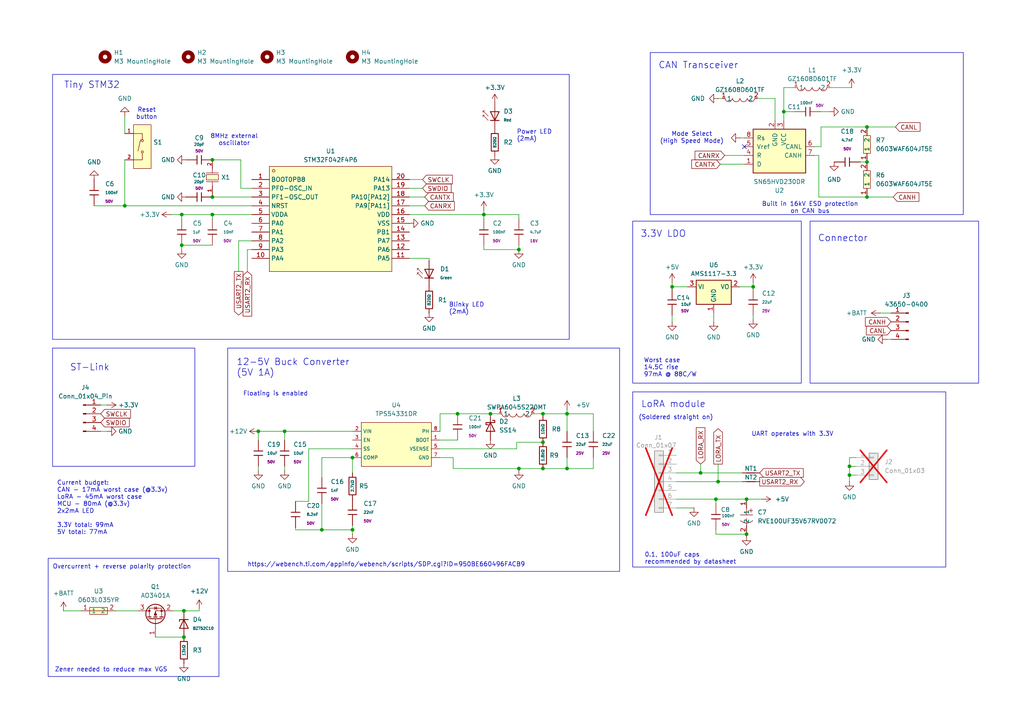
<source format=kicad_sch>
(kicad_sch (version 20250114) (generator "eeschema") (generator_version "9.0")
  (paper "A4")
  (rectangle (start 66.04 100.965) (end 179.705 165.735))
  (rectangle (start 234.95 64.135) (end 283.845 111.125))
  (rectangle (start 15.24 100.965) (end 56.515 135.255))
  (rectangle (start 13.97 161.925) (end 63.5 196.215))
  (rectangle (start 183.515 113.665) (end 274.32 164.465))
  (rectangle (start 188.595 15.24) (end 279.4 62.23))
  (rectangle (start 15.24 21.59) (end 165.1 98.425))
  (rectangle (start 183.515 64.135) (end 232.41 111.125))
  (text "Mode Select\n(High Speed Mode)\n" (at 200.66 40.005 0) (effects (font (size 1.27 1.27))))
  (text "8MHz external\noscillator" (at 67.945 40.64 0) (effects (font (size 1.27 1.27))))
  (text "ST-Link" (at 26.035 106.68 0) (effects (font (size 1.905 1.905))))
  (text "0.1, 100uF caps\nrecommended by datasheet" (at 186.944 162.052 0) (effects (font (size 1.27 1.27)) (justify left)))
  (text "12-5V Buck Converter\n(5V 1A)" (at 68.58 106.68 0) (effects (font (size 1.905 1.905)) (justify left)))
  (text "Floating is enabled" (at 70.485 114.3 0) (effects (font (size 1.27 1.27)) (justify left)))
  (text "CAN Transceiver" (at 202.565 19.05 0) (effects (font (size 1.905 1.905))))
  (text "(Soldered straight on)" (at 185.166 121.158 0) (effects (font (size 1.27 1.27)) (justify left)))
  (text "https://webench.ti.com/appinfo/webench/scripts/SDP.cgi?ID=950BE660496FACB9" (at 71.755 163.83 0) (effects (font (size 1.27 1.27)) (justify left)))
  (text "UART operates with 3.3V" (at 217.932 125.984 0) (effects (font (size 1.27 1.27)) (justify left)))
  (text "Current budget:\nCAN - 17mA worst case (@3.3v)\nLoRA - 45mA worst case\nMCU - 80mA (@3.3v)\n2x2mA LED\n\n3.3V total: 99mA\n5V total: 77mA" (at 16.51 147.32 0) (effects (font (size 1.27 1.27)) (justify left)))
  (text "Zener needed to reduce max VGS" (at 15.875 194.31 0) (effects (font (size 1.27 1.27)) (justify left)))
  (text "Built in 16kV ESD protection\non CAN bus" (at 234.95 60.325 0) (effects (font (size 1.27 1.27))))
  (text "Connector" (at 244.475 69.215 0) (effects (font (size 1.905 1.905))))
  (text "Reset\nbutton" (at 42.545 33.02 0) (effects (font (size 1.27 1.27))))
  (text "Worst case\n14.5C rise\n97mA @ 88C/W" (at 186.69 106.68 0) (effects (font (size 1.27 1.27)) (justify left)))
  (text "LoRA module" (at 195.326 117.348 0) (effects (font (size 1.905 1.905))))
  (text "3.3V LDO" (at 192.405 67.945 0) (effects (font (size 1.905 1.905))))
  (text "Tiny STM32" (at 26.67 24.765 0) (effects (font (size 1.905 1.905))))
  (text "Overcurrent + reverse polarity protection" (at 15.24 164.465 0) (effects (font (size 1.27 1.27)) (justify left)))
  (text "Blinky LED\n(2mA)" (at 130.175 89.535 0) (effects (font (size 1.27 1.27)) (justify left)))
  (text "Power LED\n(2mA)" (at 149.86 39.37 0) (effects (font (size 1.27 1.27)) (justify left)))
  (junction (at 251.46 36.83))
  (junction (at 246.38 137.795))
  (junction (at 227.33 32.385))
  (junction (at 207.645 144.78))
  (junction (at 61.595 46.355))
  (junction (at 61.595 62.23))
  (junction (at 132.715 120.015))
  (junction (at 150.495 135.89))
  (junction (at 194.945 83.185))
  (junction (at 102.235 153.67))
  (junction (at 203.2 137.16))
  (junction (at 93.345 153.67))
  (junction (at 53.34 177.165))
  (junction (at 82.55 125.095))
  (junction (at 52.705 71.12))
  (junction (at 246.38 135.255))
  (junction (at 216.535 154.94))
  (junction (at 53.34 184.785))
  (junction (at 102.235 132.715))
  (junction (at 164.465 135.89))
  (junction (at 150.495 72.39))
  (junction (at 52.705 62.23))
  (junction (at 157.48 135.89))
  (junction (at 36.195 59.69))
  (junction (at 140.335 62.23))
  (junction (at 208.28 139.7))
  (junction (at 251.46 46.99))
  (junction (at 157.48 120.015))
  (junction (at 164.465 120.015))
  (junction (at 157.48 128.27))
  (junction (at 251.46 57.15))
  (junction (at 218.44 83.185))
  (junction (at 142.24 120.015))
  (junction (at 216.535 144.78))
  (junction (at 74.93 125.095))
  (junction (at 61.595 57.15))
  (no_connect (at 215.9 42.545))
  (wire (pts (xy 118.745 52.07) (xy 122.555 52.07)))
  (wire (pts (xy 118.745 74.93) (xy 124.46 74.93)))
  (wire (pts (xy 251.46 57.15) (xy 259.08 57.15)))
  (wire (pts (xy 227.33 32.385) (xy 230.505 32.385)))
  (wire (pts (xy 210.185 45.085) (xy 215.9 45.085)))
  (wire (pts (xy 102.235 153.67) (xy 102.235 152.4)))
  (wire (pts (xy 164.465 132.715) (xy 164.465 135.89)))
  (wire (pts (xy 69.85 54.61) (xy 73.025 54.61)))
  (wire (pts (xy 89.535 130.175) (xy 89.535 145.415)))
  (wire (pts (xy 196.215 139.7) (xy 208.28 139.7)))
  (wire (pts (xy 238.125 36.83) (xy 251.46 36.83)))
  (wire (pts (xy 52.705 63.5) (xy 52.705 62.23)))
  (wire (pts (xy 127.635 120.015) (xy 132.715 120.015)))
  (wire (pts (xy 27.305 59.69) (xy 36.195 59.69)))
  (wire (pts (xy 36.195 38.735) (xy 36.195 33.655)))
  (wire (pts (xy 82.55 127.635) (xy 82.55 125.095)))
  (wire (pts (xy 203.2 134.62) (xy 203.2 137.16)))
  (wire (pts (xy 227.33 32.385) (xy 227.33 34.925)))
  (wire (pts (xy 140.335 63.5) (xy 140.335 62.23)))
  (wire (pts (xy 150.495 136.525) (xy 150.495 135.89)))
  (wire (pts (xy 85.725 153.035) (xy 85.725 153.67)))
  (wire (pts (xy 33.655 177.165) (xy 40.005 177.165)))
  (wire (pts (xy 102.235 132.715) (xy 102.235 137.16)))
  (wire (pts (xy 172.085 120.015) (xy 164.465 120.015)))
  (wire (pts (xy 45.085 184.785) (xy 53.34 184.785)))
  (wire (pts (xy 164.465 125.095) (xy 164.465 120.015)))
  (wire (pts (xy 69.215 69.85) (xy 73.025 69.85)))
  (wire (pts (xy 52.705 62.23) (xy 61.595 62.23)))
  (wire (pts (xy 123.19 59.69) (xy 118.745 59.69)))
  (wire (pts (xy 127.635 130.175) (xy 149.86 130.175)))
  (wire (pts (xy 71.755 72.39) (xy 73.025 72.39)))
  (wire (pts (xy 93.345 146.05) (xy 93.345 153.67)))
  (wire (pts (xy 132.715 120.015) (xy 142.24 120.015)))
  (wire (pts (xy 102.235 130.175) (xy 89.535 130.175)))
  (wire (pts (xy 118.745 54.61) (xy 122.555 54.61)))
  (wire (pts (xy 61.595 63.5) (xy 61.595 62.23)))
  (wire (pts (xy 36.195 59.69) (xy 73.025 59.69)))
  (wire (pts (xy 216.535 144.78) (xy 220.98 144.78)))
  (wire (pts (xy 144.78 120.015) (xy 142.24 120.015)))
  (wire (pts (xy 238.125 42.545) (xy 236.22 42.545)))
  (wire (pts (xy 82.55 125.095) (xy 102.235 125.095)))
  (wire (pts (xy 194.945 83.185) (xy 199.39 83.185)))
  (wire (pts (xy 157.48 135.89) (xy 150.495 135.89)))
  (wire (pts (xy 52.705 72.39) (xy 52.705 71.12)))
  (wire (pts (xy 218.44 81.915) (xy 218.44 83.185)))
  (wire (pts (xy 61.595 62.23) (xy 73.025 62.23)))
  (wire (pts (xy 149.86 130.175) (xy 149.86 128.27)))
  (wire (pts (xy 237.49 57.15) (xy 251.46 57.15)))
  (wire (pts (xy 82.55 136.525) (xy 82.55 135.255)))
  (wire (pts (xy 57.785 177.165) (xy 57.785 176.53)))
  (wire (pts (xy 196.215 137.16) (xy 203.2 137.16)))
  (wire (pts (xy 164.465 135.89) (xy 172.085 135.89)))
  (wire (pts (xy 149.86 128.27) (xy 157.48 128.27)))
  (wire (pts (xy 69.85 46.355) (xy 69.85 54.61)))
  (wire (pts (xy 150.495 62.23) (xy 140.335 62.23)))
  (wire (pts (xy 50.165 177.165) (xy 53.34 177.165)))
  (wire (pts (xy 74.93 125.095) (xy 74.93 127.635)))
  (wire (pts (xy 246.38 139.7) (xy 246.38 137.795)))
  (wire (pts (xy 31.115 125.095) (xy 29.21 125.095)))
  (wire (pts (xy 61.595 46.355) (xy 69.85 46.355)))
  (wire (pts (xy 201.295 147.32) (xy 196.215 147.32)))
  (wire (pts (xy 74.93 125.095) (xy 82.55 125.095)))
  (wire (pts (xy 93.345 132.715) (xy 102.235 132.715)))
  (wire (pts (xy 53.34 177.165) (xy 57.785 177.165)))
  (wire (pts (xy 194.945 93.345) (xy 194.945 91.44)))
  (wire (pts (xy 124.46 74.93) (xy 124.46 75.565)))
  (wire (pts (xy 118.745 62.23) (xy 140.335 62.23)))
  (wire (pts (xy 251.46 36.83) (xy 259.715 36.83)))
  (wire (pts (xy 257.175 98.425) (xy 258.445 98.425)))
  (wire (pts (xy 157.48 120.015) (xy 164.465 120.015)))
  (wire (pts (xy 194.945 83.82) (xy 194.945 83.185)))
  (wire (pts (xy 196.215 144.78) (xy 207.645 144.78)))
  (wire (pts (xy 93.345 153.67) (xy 102.235 153.67)))
  (wire (pts (xy 140.335 72.39) (xy 140.335 71.12)))
  (wire (pts (xy 150.495 72.39) (xy 150.495 71.12)))
  (wire (pts (xy 172.085 125.095) (xy 172.085 120.015)))
  (wire (pts (xy 140.335 72.39) (xy 150.495 72.39)))
  (wire (pts (xy 127.635 127.635) (xy 132.715 127.635)))
  (wire (pts (xy 237.49 45.085) (xy 236.22 45.085)))
  (wire (pts (xy 71.755 78.74) (xy 71.755 72.39)))
  (wire (pts (xy 216.535 155.575) (xy 216.535 154.94)))
  (wire (pts (xy 249.555 46.99) (xy 251.46 46.99)))
  (wire (pts (xy 207.01 90.805) (xy 207.01 93.345)))
  (wire (pts (xy 203.2 137.16) (xy 215.265 137.16)))
  (wire (pts (xy 157.48 120.015) (xy 157.48 120.65)))
  (wire (pts (xy 69.215 78.74) (xy 69.215 69.85)))
  (wire (pts (xy 154.94 120.015) (xy 157.48 120.015)))
  (wire (pts (xy 238.125 36.83) (xy 238.125 42.545)))
  (wire (pts (xy 224.79 28.575) (xy 224.79 34.925)))
  (wire (pts (xy 36.195 46.355) (xy 36.195 59.69)))
  (wire (pts (xy 246.38 135.255) (xy 248.285 135.255)))
  (wire (pts (xy 49.53 62.23) (xy 52.705 62.23)))
  (wire (pts (xy 218.44 92.71) (xy 218.44 91.44)))
  (wire (pts (xy 208.28 134.62) (xy 208.28 139.7)))
  (wire (pts (xy 140.335 60.96) (xy 140.335 62.23)))
  (wire (pts (xy 215.9 47.625) (xy 208.915 47.625)))
  (wire (pts (xy 255.27 90.805) (xy 258.445 90.805)))
  (wire (pts (xy 31.115 117.475) (xy 29.21 117.475)))
  (wire (pts (xy 208.28 139.7) (xy 215.265 139.7)))
  (wire (pts (xy 172.085 132.715) (xy 172.085 135.89)))
  (wire (pts (xy 246.38 132.715) (xy 248.285 132.715)))
  (wire (pts (xy 123.19 57.15) (xy 118.745 57.15)))
  (wire (pts (xy 207.645 144.78) (xy 216.535 144.78)))
  (wire (pts (xy 216.535 154.94) (xy 207.645 154.94)))
  (wire (pts (xy 240.665 25.4) (xy 247.015 25.4)))
  (wire (pts (xy 207.645 146.05) (xy 207.645 144.78)))
  (wire (pts (xy 207.645 154.94) (xy 207.645 153.67)))
  (wire (pts (xy 208.28 28.575) (xy 209.55 28.575)))
  (wire (pts (xy 164.465 135.89) (xy 157.48 135.89)))
  (wire (pts (xy 246.38 137.795) (xy 246.38 135.255)))
  (wire (pts (xy 89.535 145.415) (xy 85.725 145.415)))
  (wire (pts (xy 73.025 57.15) (xy 61.595 57.15)))
  (wire (pts (xy 93.345 138.43) (xy 93.345 132.715)))
  (wire (pts (xy 18.415 177.165) (xy 23.495 177.165)))
  (wire (pts (xy 131.445 135.89) (xy 131.445 132.715)))
  (wire (pts (xy 102.235 154.94) (xy 102.235 153.67)))
  (wire (pts (xy 150.495 63.5) (xy 150.495 62.23)))
  (wire (pts (xy 227.33 25.4) (xy 227.33 32.385)))
  (wire (pts (xy 164.465 120.015) (xy 164.465 118.745)))
  (wire (pts (xy 52.705 71.12) (xy 61.595 71.12)))
  (wire (pts (xy 218.44 83.185) (xy 218.44 83.82)))
  (wire (pts (xy 74.93 136.525) (xy 74.93 135.255)))
  (wire (pts (xy 224.79 28.575) (xy 219.71 28.575)))
  (wire (pts (xy 230.505 25.4) (xy 227.33 25.4)))
  (wire (pts (xy 131.445 132.715) (xy 127.635 132.715)))
  (wire (pts (xy 214.63 40.005) (xy 215.9 40.005)))
  (wire (pts (xy 218.44 83.185) (xy 214.63 83.185)))
  (wire (pts (xy 237.49 57.15) (xy 237.49 45.085)))
  (wire (pts (xy 246.38 135.255) (xy 246.38 132.715)))
  (wire (pts (xy 61.595 57.15) (xy 61.595 56.515)))
  (wire (pts (xy 246.38 137.795) (xy 248.285 137.795)))
  (wire (pts (xy 194.945 81.915) (xy 194.945 83.185)))
  (wire (pts (xy 127.635 125.095) (xy 127.635 120.015)))
  (wire (pts (xy 150.495 135.89) (xy 131.445 135.89)))
  (wire (pts (xy 85.725 153.67) (xy 93.345 153.67)))
  (wire (pts (xy 240.665 32.385) (xy 238.125 32.385)))
  (global_label "CANH" (shape input) (at 258.445 93.345 180) (property "Intersheetrefs" "${INTERSHEET_REFS}" (effects (hide yes))))
  (global_label "USART2_TX" (shape input) (at 220.345 137.16 0) (property "Intersheetrefs" "${INTERSHEET_REFS}" (effects (hide yes))))
  (global_label "CANRX" (shape input) (at 210.185 45.085 180) (property "Intersheetrefs" "${INTERSHEET_REFS}" (effects (hide yes))))
  (global_label "SWCLK" (shape input) (at 29.21 120.015 0) (property "Intersheetrefs" "${INTERSHEET_REFS}" (effects (hide yes))))
  (global_label "SWCLK" (shape input) (at 122.555 52.07 0) (property "Intersheetrefs" "${INTERSHEET_REFS}" (effects (hide yes))))
  (global_label "CANTX" (shape input) (at 208.915 47.625 180) (property "Intersheetrefs" "${INTERSHEET_REFS}" (effects (hide yes))))
  (global_label "CANH" (shape input) (at 259.08 57.15 0) (property "Intersheetrefs" "${INTERSHEET_REFS}" (effects (hide yes))))
  (global_label "LORA_TX" (shape output) (at 208.28 134.62 90) (property "Intersheetrefs" "${INTERSHEET_REFS}" (effects (hide yes))))
  (global_label "USART2_RX" (shape output) (at 220.345 139.7 0) (property "Intersheetrefs" "${INTERSHEET_REFS}" (effects (hide yes))))
  (global_label "CANRX" (shape input) (at 123.19 59.69 0) (property "Intersheetrefs" "${INTERSHEET_REFS}" (effects (hide yes))))
  (global_label "USART2_RX" (shape input) (at 71.755 78.74 270) (property "Intersheetrefs" "${INTERSHEET_REFS}" (effects (hide yes))))
  (global_label "USART2_TX" (shape output) (at 69.215 78.74 270) (property "Intersheetrefs" "${INTERSHEET_REFS}" (effects (hide yes))))
  (global_label "SWDIO" (shape input) (at 29.21 122.555 0) (property "Intersheetrefs" "${INTERSHEET_REFS}" (effects (hide yes))))
  (global_label "LORA_RX" (shape input) (at 203.2 134.62 90) (property "Intersheetrefs" "${INTERSHEET_REFS}" (effects (hide yes))))
  (global_label "SWDIO" (shape input) (at 122.555 54.61 0) (property "Intersheetrefs" "${INTERSHEET_REFS}" (effects (hide yes))))
  (global_label "CANL" (shape input) (at 258.445 95.885 180) (property "Intersheetrefs" "${INTERSHEET_REFS}" (effects (hide yes))))
  (global_label "CANL" (shape input) (at 259.715 36.83 0) (property "Intersheetrefs" "${INTERSHEET_REFS}" (effects (hide yes))))
  (global_label "CANTX" (shape input) (at 123.19 57.15 0) (property "Intersheetrefs" "${INTERSHEET_REFS}" (effects (hide yes))))
  (symbol (lib_id "PCM_JLCPCB-Diodes:Zener,BZT52C10") (at 53.34 180.975 180) (unit 1)
    (property "Reference" "D4" (at 55.88 179.7049 0) (effects (justify right)))
    (property "Value" "BZT52C10" (at 55.88 182.245 0) (effects (font (size 0.8 0.8)) (justify right)))
    (property "Footprint" "PCM_JLCPCB:D_SOD-123" (effects (hide yes)))
    (property "Datasheet" "https://wmsc.lcsc.com/wmsc/upload/file/pdf/v2/lcsc/2403280140_hongjiacheng-BZT52C10_C19077408.pdf" (effects (hide yes)))
    (property "Description" "Independent Type 9.5V~10.5V 500mW 10V SOD-123 Zener Diodes ROHS" (effects (hide yes)))
    (property "LCSC" "C19077408" (effects (hide yes)))
    (property "Stock" "68380" (effects (hide yes)))
    (property "Price" "0.017USD" (effects (hide yes)))
    (property "Process" "SMT" (effects (hide yes)))
    (property "Minimum Qty" "15" (effects (hide yes)))
    (property "Attrition Qty" "4" (effects (hide yes)))
    (property "Class" "Preferred Component" (effects (hide yes)))
    (property "Category" "Diodes,Zener Diodes" (effects (hide yes)))
    (property "Manufacturer" "hongjiacheng" (effects (hide yes)))
    (property "Part" "BZT52C10" (effects (hide yes)))
  )
  (symbol (lib_id "PCM_JLCPCB-Diodes:LED,0805,Red") (at 143.51 33.655 0) (unit 1)
    (property "Reference" "D3" (at 146.05 32.2896 0) (effects (justify left)))
    (property "Value" "Red" (at 146.05 34.8297 0) (effects (font (size 0.8 0.8)) (justify left)))
    (property "Footprint" "PCM_JLCPCB:D_0805" (effects (hide yes)))
    (property "Datasheet" "https://www.lcsc.com/datasheet/lcsc_datasheet_2409272203_Foshan-NationStar-Optoelectronics-NCD0805R1_C84256.pdf" (effects (hide yes)))
    (property "Description" "25mA Colorless transparent lens 67mcd~195mcd -30°C~+85°C 615nm~630nm Individual diode Red 130° 65mW 1.6V~2.6V 0805 LED Indication - Discrete ROHS" (effects (hide yes)))
    (property "LCSC" "C84256" (effects (hide yes)))
    (property "Stock" "3045865" (effects (hide yes)))
    (property "Price" "0.016USD" (effects (hide yes)))
    (property "Process" "SMT" (effects (hide yes)))
    (property "Minimum Qty" "20" (effects (hide yes)))
    (property "Attrition Qty" "10" (effects (hide yes)))
    (property "Class" "Basic Component" (effects (hide yes)))
    (property "Category" "Optoelectronics,Light Emitting Diodes (LED)" (effects (hide yes)))
    (property "Manufacturer" "Foshan NationStar Optoelectronics" (effects (hide yes)))
    (property "Part" "NCD0805R1" (effects (hide yes)))
    (property "Operating Temperature" "-30°C~+85°C" (effects (hide yes)))
    (property "Viewing Angle" "130°" (effects (hide yes)))
    (property "Forward Current" "25mA" (effects (hide yes)))
    (property "Forward Voltage (VF)" "1.6V~2.6V" (effects (hide yes)))
    (property "Luminous Intensity" "67mcd~195mcd" (effects (hide yes)))
    (property "Dominant Wavelength" "615nm~630nm" (effects (hide yes)))
    (property "Power Dissipation" "65mW" (effects (hide yes)))
    (property "Emitted Color" "Red" (effects (hide yes)))
    (property "Diode Configuration" "Independent Diode" (effects (hide yes)))
    (property "Lens Color" "Colorless Transparent Lens" (effects (hide yes)))
  )
  (symbol (lib_id "Device:NetTie_2") (at 217.805 139.7 0) (unit 1) (in_bom no)
    (property "Reference" "NT2" (at 217.805 138.43 0))
    (property "Value" "NetTie_2" (effects (hide yes)))
    (property "Description" "Net tie, 2 pins" (effects (hide yes)))
  )
  (symbol (lib_id "power:GND") (at 150.495 72.39 0) (unit 1)
    (property "Reference" "#PWR02" (effects (hide yes)))
    (property "Value" "GND" (at 150.495 76.835 0))
    (property "Description" "Power symbol creates a global label with name \"GND\" , ground" (effects (hide yes)))
  )
  (symbol (lib_id "easyeda2kicad:0603L035YR") (at 28.575 177.165 0) (unit 1)
    (property "Reference" "U3" (at 28.575 171.45 0))
    (property "Value" "0603L035YR" (at 28.575 173.99 0))
    (property "Footprint" "easyeda2kicad:F0603" (effects (hide yes)))
    (property "Datasheet" "https://lcsc.com/product-detail/Others_Littelfuse_0603L035YR_Littelfuse-0603L035YR_C207013.html" (effects (hide yes)))
    (property "LCSC Part" "C207013" (effects (hide yes)))
  )
  (symbol (lib_id "power:GND") (at 150.495 136.525 0) (unit 1)
    (property "Reference" "#PWR037" (effects (hide yes)))
    (property "Value" "GND" (at 150.495 140.97 0))
    (property "Description" "Power symbol creates a global label with name \"GND\" , ground" (effects (hide yes)))
  )
  (symbol (lib_id "PCM_JLCPCB-Capacitors:0603,20pF") (at 57.785 57.15 90) (unit 1)
    (property "Reference" "C10" (at 57.785 50.8 90))
    (property "Value" "20pF" (at 57.785 52.705 90) (effects (font (size 0.8 0.8))))
    (property "Footprint" "PCM_JLCPCB:C_0603" (effects (hide yes)))
    (property "Datasheet" "https://www.lcsc.com/datasheet/lcsc_datasheet_2304140030_Samsung-Electro-Mechanics-CL10C200JB8NNNC_C1648.pdf" (effects (hide yes)))
    (property "Description" "50V 20pF C0G ±5% 0603 Multilayer Ceramic Capacitors MLCC - SMD/SMT ROHS" (effects (hide yes)))
    (property "LCSC" "C1648" (effects (hide yes)))
    (property "Stock" "2194576" (effects (hide yes)))
    (property "Price" "0.008USD" (effects (hide yes)))
    (property "Process" "SMT" (effects (hide yes)))
    (property "Minimum Qty" "20" (effects (hide yes)))
    (property "Attrition Qty" "10" (effects (hide yes)))
    (property "Class" "Basic Component" (effects (hide yes)))
    (property "Category" "Capacitors,Multilayer Ceramic Capacitors MLCC - SMD/SMT" (effects (hide yes)))
    (property "Manufacturer" "Samsung Electro-Mechanics" (effects (hide yes)))
    (property "Part" "CL10C200JB8NNNC" (effects (hide yes)))
    (property "Voltage Rated" "50V" (at 57.785 54.61 90) (effects (font (size 0.8 0.8))))
    (property "Tolerance" "±5%" (effects (hide yes)))
    (property "Capacitance" "20pF" (effects (hide yes)))
    (property "Temperature Coefficient" "C0G" (effects (hide yes)))
  )
  (symbol (lib_id "PCM_JLCPCB-Resistors:0603,10kΩ") (at 157.48 124.46 0) (unit 1)
    (property "Reference" "R8" (at 160.02 124.4599 0) (effects (justify left)))
    (property "Value" "10kΩ" (at 157.48 124.46 90) (effects (font (size 0.8 0.8))))
    (property "Footprint" "PCM_JLCPCB:R_0603" (effects (hide yes)))
    (property "Datasheet" "https://www.lcsc.com/datasheet/lcsc_datasheet_2206010045_UNI-ROYAL-Uniroyal-Elec-0603WAF1002T5E_C25804.pdf" (effects (hide yes)))
    (property "Description" "100mW Thick Film Resistors 75V ±100ppm/°C ±1% 10kΩ 0603 Chip Resistor - Surface Mount ROHS" (effects (hide yes)))
    (property "LCSC" "C25804" (effects (hide yes)))
    (property "Stock" "28080725" (effects (hide yes)))
    (property "Price" "0.004USD" (effects (hide yes)))
    (property "Process" "SMT" (effects (hide yes)))
    (property "Minimum Qty" "20" (effects (hide yes)))
    (property "Attrition Qty" "10" (effects (hide yes)))
    (property "Class" "Basic Component" (effects (hide yes)))
    (property "Category" "Resistors,Chip Resistor - Surface Mount" (effects (hide yes)))
    (property "Manufacturer" "UNI-ROYAL(Uniroyal Elec)" (effects (hide yes)))
    (property "Part" "0603WAF1002T5E" (effects (hide yes)))
    (property "Resistance" "10kΩ" (effects (hide yes)))
    (property "Power(Watts)" "100mW" (effects (hide yes)))
    (property "Type" "Thick Film Resistors" (effects (hide yes)))
    (property "Overload Voltage (Max)" "75V" (effects (hide yes)))
    (property "Operating Temperature Range" "-55°C~+155°C" (effects (hide yes)))
    (property "Tolerance" "±1%" (effects (hide yes)))
    (property "Temperature Coefficient" "±100ppm/°C" (effects (hide yes)))
  )
  (symbol (lib_id "power:GND") (at 52.705 72.39 0) (unit 1)
    (property "Reference" "#PWR03" (effects (hide yes)))
    (property "Value" "GND" (at 52.705 76.835 0))
    (property "Description" "Power symbol creates a global label with name \"GND\" , ground" (effects (hide yes)))
  )
  (symbol (lib_name "SN65HVD230_1") (lib_id "Interface_CAN_LIN:SN65HVD230") (at 226.06 45.085 0) (mirror x) (unit 1)
    (property "Reference" "U2" (at 226.06 55.245 0))
    (property "Value" "SN65HVD230DR" (at 226.06 52.705 0))
    (property "Footprint" "Package_SO:SOIC-8_3.9x4.9mm_P1.27mm" (effects (hide yes)))
    (property "Datasheet" "http://www.ti.com/lit/ds/symlink/sn65hvd230.pdf" (effects (hide yes)))
    (property "Description" "CAN Bus Transceivers, 3.3V, 1Mbps, Low-Power capabilities, SOIC-8" (effects (hide yes)))
  )
  (symbol (lib_id "power:+BATT") (at 18.415 177.165 0) (unit 1)
    (property "Reference" "#PWR039" (effects (hide yes)))
    (property "Value" "+BATT" (at 18.415 172.085 0))
    (property "Description" "Power symbol creates a global label with name \"+BATT\"" (effects (hide yes)))
  )
  (symbol (lib_id "PCM_JLCPCB-Resistors:0603,1.8kΩ") (at 157.48 132.08 0) (unit 1)
    (property "Reference" "R9" (at 159.385 132.0799 0) (effects (justify left)))
    (property "Value" "1.8kΩ" (at 157.48 132.08 90) (effects (font (size 0.8 0.8))))
    (property "Footprint" "PCM_JLCPCB:R_0603" (effects (hide yes)))
    (property "Datasheet" "https://www.lcsc.com/datasheet/lcsc_datasheet_2206010230_UNI-ROYAL-Uniroyal-Elec-0603WAF1801T5E_C4177.pdf" (effects (hide yes)))
    (property "Description" "100mW Thick Film Resistors 75V ±100ppm/°C ±1% 1.8kΩ 0603 Chip Resistor - Surface Mount ROHS" (effects (hide yes)))
    (property "LCSC" "C4177" (effects (hide yes)))
    (property "Stock" "735418" (effects (hide yes)))
    (property "Price" "0.004USD" (effects (hide yes)))
    (property "Process" "SMT" (effects (hide yes)))
    (property "Minimum Qty" "20" (effects (hide yes)))
    (property "Attrition Qty" "10" (effects (hide yes)))
    (property "Class" "Basic Component" (effects (hide yes)))
    (property "Category" "Resistors,Chip Resistor - Surface Mount" (effects (hide yes)))
    (property "Manufacturer" "UNI-ROYAL(Uniroyal Elec)" (effects (hide yes)))
    (property "Part" "0603WAF1801T5E" (effects (hide yes)))
    (property "Resistance" "1.8kΩ" (effects (hide yes)))
    (property "Power(Watts)" "100mW" (effects (hide yes)))
    (property "Type" "Thick Film Resistors" (effects (hide yes)))
    (property "Overload Voltage (Max)" "75V" (effects (hide yes)))
    (property "Operating Temperature Range" "-55°C~+155°C" (effects (hide yes)))
    (property "Tolerance" "±1%" (effects (hide yes)))
    (property "Temperature Coefficient" "±100ppm/°C" (effects (hide yes)))
  )
  (symbol (lib_id "Connector_Generic:Conn_01x03") (at 253.365 135.255 0) (unit 1) (in_bom no) (dnp yes)
    (property "Reference" "J2" (at 256.54 133.9849 0) (effects (justify left)))
    (property "Value" "Conn_01x03" (at 256.54 136.5249 0) (effects (justify left)))
    (property "Footprint" "Connector_PinHeader_2.54mm:PinHeader_1x03_P2.54mm_Vertical" (effects (hide yes)))
    (property "Description" "Generic connector, single row, 01x03, script generated (kicad-library-utils/schlib/autogen/connector/)" (effects (hide yes)))
  )
  (symbol (lib_id "PCM_JLCPCB-Capacitors:0603,8.2nF") (at 85.725 149.225 0) (unit 1)
    (property "Reference" "C20" (at 88.9 146.6849 0) (effects (justify left)))
    (property "Value" "8.2nF" (at 88.9 149.225 0) (effects (font (size 0.8 0.8)) (justify left)))
    (property "Footprint" "PCM_JLCPCB:C_0603" (effects (hide yes)))
    (property "Datasheet" "https://wmsc.lcsc.com/wmsc/upload/file/pdf/v2/lcsc/2304140030_FH--Guangdong-Fenghua-Advanced-Tech-0603B822K500NT_C1322360.pdf" (effects (hide yes)))
    (property "Description" "50V 8.2nF X7R ±10% 0603 Multilayer Ceramic Capacitors MLCC - SMD/SMT ROHS" (effects (hide yes)))
    (property "LCSC" "C1322360" (effects (hide yes)))
    (property "Stock" "7849" (effects (hide yes)))
    (property "Price" "0.006USD" (effects (hide yes)))
    (property "Process" "SMT" (effects (hide yes)))
    (property "Minimum Qty" "20" (effects (hide yes)))
    (property "Attrition Qty" "12" (effects (hide yes)))
    (property "Class" "Basic Component" (effects (hide yes)))
    (property "Category" "Capacitors,Multilayer Ceramic Capacitors MLCC - SMD/SMT" (effects (hide yes)))
    (property "Manufacturer" "FH(Guangdong Fenghua Advanced Tech)" (effects (hide yes)))
    (property "Part" "0603B822K500NT" (effects (hide yes)))
    (property "Voltage Rated" "50V" (at 88.9 151.765 0) (effects (font (size 0.8 0.8)) (justify left)))
    (property "Tolerance" "±10%" (effects (hide yes)))
    (property "Capacitance" "8.2nF" (effects (hide yes)))
    (property "Temperature Coefficient" "X7R" (effects (hide yes)))
  )
  (symbol (lib_id "Diode:SS14") (at 142.24 123.825 270) (unit 1)
    (property "Reference" "D2" (at 144.78 122.2374 90) (effects (justify left)))
    (property "Value" "SS14" (at 144.78 124.7774 90) (effects (justify left)))
    (property "Footprint" "Diode_SMD:D_SMA" (effects (hide yes)))
    (property "Datasheet" "https://www.vishay.com/docs/88746/ss12.pdf" (effects (hide yes)))
    (property "Description" "40V 1A Schottky Diode, SMA" (effects (hide yes)))
  )
  (symbol (lib_id "power:GND") (at 53.975 46.355 270) (unit 1)
    (property "Reference" "#PWR018" (effects (hide yes)))
    (property "Value" "GND" (at 50.8 46.3549 90) (effects (justify right)))
    (property "Description" "Power symbol creates a global label with name \"GND\" , ground" (effects (hide yes)))
  )
  (symbol (lib_id "Connector_Generic:Conn_01x07") (at 191.135 139.7 0) (mirror y) (unit 1) (in_bom no) (dnp yes)
    (property "Reference" "J1" (at 192.151 126.873 0) (effects (justify left)))
    (property "Value" "Conn_01x07" (at 196.215 129.159 0) (effects (justify left)))
    (property "Footprint" "Connector_PinHeader_2.54mm:PinHeader_1x07_P2.54mm_Vertical" (effects (hide yes)))
    (property "Description" "Generic connector, single row, 01x07, script generated (kicad-library-utils/schlib/autogen/connector/)" (effects (hide yes)))
  )
  (symbol (lib_id "power:GND") (at 31.115 125.095 90) (unit 1)
    (property "Reference" "#PWR011" (effects (hide yes)))
    (property "Value" "GND" (at 34.29 125.0949 90) (effects (justify right)))
    (property "Description" "Power symbol creates a global label with name \"GND\" , ground" (effects (hide yes)))
  )
  (symbol (lib_id "easyeda2kicad:SWPA6045S220MT") (at 149.86 120.015 0) (unit 1)
    (property "Reference" "L3" (at 149.86 115.57 0))
    (property "Value" "SWPA6045S220MT" (at 149.86 118.11 0))
    (property "Footprint" "easyeda2kicad:IND-SMD_L6.0-W6.0_SWPA6045S" (effects (hide yes)))
    (property "Datasheet" "https://lcsc.com/product-detail/Power-Inductors_22uH-20_C83454.html" (effects (hide yes)))
    (property "LCSC Part" "C83454" (effects (hide yes)))
  )
  (symbol (lib_id "PCM_JLCPCB-Capacitors:0805,10uF,(2)") (at 74.93 131.445 0) (unit 1)
    (property "Reference" "C19" (at 77.47 128.9049 0) (effects (justify left)))
    (property "Value" "10uF" (at 77.47 131.445 0) (effects (font (size 0.8 0.8)) (justify left)))
    (property "Footprint" "PCM_JLCPCB:C_0805" (effects (hide yes)))
    (property "Datasheet" "https://www.lcsc.com/datasheet/lcsc_datasheet_2411041759_Murata-Electronics-GRM21BR61H106KE43L_C440198.pdf" (effects (hide yes)))
    (property "Description" "50V 10uF X5R ±10% 0805 Multilayer Ceramic Capacitors MLCC - SMD/SMT ROHS" (effects (hide yes)))
    (property "LCSC" "C440198" (effects (hide yes)))
    (property "Stock" "2240005" (effects (hide yes)))
    (property "Price" "0.069USD" (effects (hide yes)))
    (property "Process" "SMT" (effects (hide yes)))
    (property "Minimum Qty" "5" (effects (hide yes)))
    (property "Attrition Qty" "4" (effects (hide yes)))
    (property "Class" "Basic Component" (effects (hide yes)))
    (property "Category" "Capacitors,Multilayer Ceramic Capacitors MLCC - SMD/SMT" (effects (hide yes)))
    (property "Manufacturer" "Murata Electronics" (effects (hide yes)))
    (property "Part" "GRM21BR61H106KE43L" (effects (hide yes)))
    (property "Voltage Rated" "50V" (at 77.47 133.985 0) (effects (font (size 0.8 0.8)) (justify left)))
    (property "Tolerance" "±10%" (effects (hide yes)))
    (property "Capacitance" "10uF" (effects (hide yes)))
    (property "Temperature Coefficient" "X5R" (effects (hide yes)))
  )
  (symbol (lib_id "power:GND") (at 82.55 136.525 0) (unit 1)
    (property "Reference" "#PWR033" (effects (hide yes)))
    (property "Value" "GND" (at 82.55 140.97 0))
    (property "Description" "Power symbol creates a global label with name \"GND\" , ground" (effects (hide yes)))
  )
  (symbol (lib_id "power:+5V") (at 194.945 81.915 0) (unit 1)
    (property "Reference" "#PWR028" (effects (hide yes)))
    (property "Value" "+5V" (at 194.945 77.47 0))
    (property "Description" "Power symbol creates a global label with name \"+5V\"" (effects (hide yes)))
  )
  (symbol (lib_id "power:GND") (at 124.46 90.805 0) (unit 1)
    (property "Reference" "#PWR014" (effects (hide yes)))
    (property "Value" "GND" (at 124.46 95.25 0))
    (property "Description" "Power symbol creates a global label with name \"GND\" , ground" (effects (hide yes)))
  )
  (symbol (lib_id "power:+3.3V") (at 218.44 81.915 0) (unit 1)
    (property "Reference" "#PWR029" (effects (hide yes)))
    (property "Value" "+3.3V" (at 218.44 77.47 0))
    (property "Description" "Power symbol creates a global label with name \"+3.3V\"" (effects (hide yes)))
  )
  (symbol (lib_id "PCM_JLCPCB-Capacitors:0805,22uF") (at 164.465 128.905 0) (unit 1)
    (property "Reference" "C13" (at 167.005 126.3649 0) (effects (justify left)))
    (property "Value" "22uF" (at 167.005 128.905 0) (effects (font (size 0.8 0.8)) (justify left)))
    (property "Footprint" "PCM_JLCPCB:C_0805" (effects (hide yes)))
    (property "Datasheet" "https://www.lcsc.com/datasheet/lcsc_datasheet_2304140030_Samsung-Electro-Mechanics-CL21A226MAQNNNE_C45783.pdf" (effects (hide yes)))
    (property "Description" "25V 22uF X5R ±20% 0805 Multilayer Ceramic Capacitors MLCC - SMD/SMT ROHS" (effects (hide yes)))
    (property "LCSC" "C45783" (effects (hide yes)))
    (property "Stock" "3274293" (effects (hide yes)))
    (property "Price" "0.030USD" (effects (hide yes)))
    (property "Process" "SMT" (effects (hide yes)))
    (property "Minimum Qty" "20" (effects (hide yes)))
    (property "Attrition Qty" "8" (effects (hide yes)))
    (property "Class" "Basic Component" (effects (hide yes)))
    (property "Category" "Capacitors,Multilayer Ceramic Capacitors MLCC - SMD/SMT" (effects (hide yes)))
    (property "Manufacturer" "Samsung Electro-Mechanics" (effects (hide yes)))
    (property "Part" "CL21A226MAQNNNE" (effects (hide yes)))
    (property "Voltage Rated" "25V" (at 167.005 131.445 0) (effects (font (size 0.8 0.8)) (justify left)))
    (property "Tolerance" "±20%" (effects (hide yes)))
    (property "Capacitance" "22uF" (effects (hide yes)))
    (property "Temperature Coefficient" "X5R" (effects (hide yes)))
  )
  (symbol (lib_id "Mechanical:MountingHole") (at 30.48 16.51 0) (unit 1) (in_bom no)
    (property "Reference" "H1" (at 33.02 15.2399 0) (effects (justify left)))
    (property "Value" "M3 MountingHole" (at 33.02 17.7799 0) (effects (justify left)))
    (property "Footprint" "MountingHole:MountingHole_3.2mm_M3_DIN965" (effects (hide yes)))
    (property "Description" "Mounting Hole without connection" (effects (hide yes)))
  )
  (symbol (lib_id "PCM_JLCPCB-Capacitors:0603,4.7uF") (at 150.495 67.31 0) (unit 1)
    (property "Reference" "C3" (at 153.67 64.7699 0) (effects (justify left)))
    (property "Value" "4.7uF" (at 153.67 67.31 0) (effects (font (size 0.8 0.8)) (justify left)))
    (property "Footprint" "PCM_JLCPCB:C_0603" (effects (hide yes)))
    (property "Datasheet" "https://www.lcsc.com/datasheet/lcsc_datasheet_2304140030_Samsung-Electro-Mechanics-CL10A475KO8NNNC_C19666.pdf" (effects (hide yes)))
    (property "Description" "16V 4.7uF X5R ±10% 0603 Multilayer Ceramic Capacitors MLCC - SMD/SMT ROHS" (effects (hide yes)))
    (property "LCSC" "C19666" (effects (hide yes)))
    (property "Stock" "2469943" (effects (hide yes)))
    (property "Price" "0.014USD" (effects (hide yes)))
    (property "Process" "SMT" (effects (hide yes)))
    (property "Minimum Qty" "20" (effects (hide yes)))
    (property "Attrition Qty" "10" (effects (hide yes)))
    (property "Class" "Basic Component" (effects (hide yes)))
    (property "Category" "Capacitors,Multilayer Ceramic Capacitors MLCC - SMD/SMT" (effects (hide yes)))
    (property "Manufacturer" "Samsung Electro-Mechanics" (effects (hide yes)))
    (property "Part" "CL10A475KO8NNNC" (effects (hide yes)))
    (property "Voltage Rated" "16V" (at 153.67 69.85 0) (effects (font (size 0.8 0.8)) (justify left)))
    (property "Tolerance" "±10%" (effects (hide yes)))
    (property "Capacitance" "4.7uF" (effects (hide yes)))
    (property "Temperature Coefficient" "X5R" (effects (hide yes)))
  )
  (symbol (lib_id "PCM_JLCPCB-Capacitors:0603,100nF") (at 132.715 123.825 0) (unit 1)
    (property "Reference" "C21" (at 135.89 121.2849 0) (effects (justify left)))
    (property "Value" "100nF" (at 135.89 123.825 0) (effects (font (size 0.8 0.8)) (justify left)))
    (property "Footprint" "PCM_JLCPCB:C_0603" (effects (hide yes)))
    (property "Datasheet" "https://www.lcsc.com/datasheet/lcsc_datasheet_2211101700_YAGEO-CC0603KRX7R9BB104_C14663.pdf" (effects (hide yes)))
    (property "Description" "50V 100nF X7R ±10% 0603 Multilayer Ceramic Capacitors MLCC - SMD/SMT ROHS" (effects (hide yes)))
    (property "LCSC" "C14663" (effects (hide yes)))
    (property "Stock" "88004566" (effects (hide yes)))
    (property "Price" "0.006USD" (effects (hide yes)))
    (property "Process" "SMT" (effects (hide yes)))
    (property "Minimum Qty" "20" (effects (hide yes)))
    (property "Attrition Qty" "10" (effects (hide yes)))
    (property "Class" "Basic Component" (effects (hide yes)))
    (property "Category" "Capacitors,Multilayer Ceramic Capacitors MLCC - SMD/SMT" (effects (hide yes)))
    (property "Manufacturer" "YAGEO" (effects (hide yes)))
    (property "Part" "CC0603KRX7R9BB104" (effects (hide yes)))
    (property "Voltage Rated" "50V" (at 135.89 126.365 0) (effects (font (size 0.8 0.8)) (justify left)))
    (property "Tolerance" "±10%" (effects (hide yes)))
    (property "Capacitance" "100nF" (effects (hide yes)))
    (property "Temperature Coefficient" "X7R" (effects (hide yes)))
  )
  (symbol (lib_id "PCM_JLCPCB-Crystals:Crystal, 8MHz, 20pF, ±10ppm") (at 61.595 51.435 90) (unit 1)
    (property "Reference" "X1" (at 64.135 51.4349 90) (effects (justify right)))
    (property "Value" "X50328MSB2GI" (effects (hide yes)))
    (property "Footprint" "PCM_JLCPCB:CRYSTAL-SMD_L5.0-W3.2" (effects (hide yes)))
    (property "Datasheet" "https://www.lcsc.com/datasheet/lcsc_datasheet_2403291504_YXC-Crystal-Oscillators-X50328MSB2GI_C115962.pdf" (effects (hide yes)))
    (property "Description" "8MHz Surface Mount Crystal 20pF ±10ppm ±20ppm SMD5032 Crystals ROHS" (effects (hide yes)))
    (property "LCSC" "C115962" (effects (hide yes)))
    (property "Stock" "382569" (effects (hide yes)))
    (property "Price" "0.180USD" (effects (hide yes)))
    (property "Process" "SMT" (effects (hide yes)))
    (property "Minimum Qty" "5" (effects (hide yes)))
    (property "Attrition Qty" "0" (effects (hide yes)))
    (property "Class" "Basic Component" (effects (hide yes)))
    (property "Category" "Crystals/Oscillators/Resonators,Crystals" (effects (hide yes)))
    (property "Manufacturer" "Yangxing Tech" (effects (hide yes)))
    (property "Part" "X50328MSB2GI" (effects (hide yes)))
    (property "Frequency" "8MHz" (effects (hide yes)))
    (property "Frequency Stability" "±20ppm" (effects (hide yes)))
    (property "Operating Temperature" "-40°C~+85°C" (effects (hide yes)))
    (property "Frequency Tolerance" "±10ppm" (effects (hide yes)))
    (property "Crystal Type" "SMD Crystal Resonator" (effects (hide yes)))
    (property "Load Capacitance" "20pF" (effects (hide yes)))
    (property "Normal Temperature Frequency Tolerance" "±10ppm" (effects (hide yes)))
    (property "Type" "Surface Mount Crystal" (effects (hide yes)))
  )
  (symbol (lib_id "PCM_JLCPCB-Capacitors:0603,100nF") (at 207.645 149.86 0) (unit 1)
    (property "Reference" "C8" (at 209.042 147.828 0) (effects (justify left)))
    (property "Value" "100nF" (at 209.296 149.606 0) (effects (font (size 0.8 0.8)) (justify left)))
    (property "Footprint" "PCM_JLCPCB:C_0603" (effects (hide yes)))
    (property "Datasheet" "https://www.lcsc.com/datasheet/lcsc_datasheet_2211101700_YAGEO-CC0603KRX7R9BB104_C14663.pdf" (effects (hide yes)))
    (property "Description" "50V 100nF X7R ±10% 0603 Multilayer Ceramic Capacitors MLCC - SMD/SMT ROHS" (effects (hide yes)))
    (property "LCSC" "C14663" (effects (hide yes)))
    (property "Stock" "65833569" (effects (hide yes)))
    (property "Price" "0.006USD" (effects (hide yes)))
    (property "Process" "SMT" (effects (hide yes)))
    (property "Minimum Qty" "20" (effects (hide yes)))
    (property "Attrition Qty" "10" (effects (hide yes)))
    (property "Class" "Basic Component" (effects (hide yes)))
    (property "Category" "Capacitors,Multilayer Ceramic Capacitors MLCC - SMD/SMT" (effects (hide yes)))
    (property "Manufacturer" "YAGEO" (effects (hide yes)))
    (property "Part" "CC0603KRX7R9BB104" (effects (hide yes)))
    (property "Voltage Rated" "50V" (at 209.296 152.146 0) (effects (font (size 0.8 0.8)) (justify left)))
    (property "Tolerance" "±10%" (effects (hide yes)))
    (property "Capacitance" "100nF" (effects (hide yes)))
    (property "Temperature Coefficient" "X7R" (effects (hide yes)))
  )
  (symbol (lib_id "PCM_JLCPCB-Capacitors:0603,10nF") (at 61.595 67.31 0) (unit 1)
    (property "Reference" "C4" (at 64.77 64.7699 0) (effects (justify left)))
    (property "Value" "10nF" (at 64.77 67.31 0) (effects (font (size 0.8 0.8)) (justify left)))
    (property "Footprint" "PCM_JLCPCB:C_0603" (effects (hide yes)))
    (property "Datasheet" "https://www.lcsc.com/datasheet/lcsc_datasheet_2304140030_FH--Guangdong-Fenghua-Advanced-Tech-0603B103K500NT_C57112.pdf" (effects (hide yes)))
    (property "Description" "50V 10nF X7R ±10% 0603 Multilayer Ceramic Capacitors MLCC - SMD/SMT ROHS" (effects (hide yes)))
    (property "LCSC" "C57112" (effects (hide yes)))
    (property "Stock" "7452992" (effects (hide yes)))
    (property "Price" "0.006USD" (effects (hide yes)))
    (property "Process" "SMT" (effects (hide yes)))
    (property "Minimum Qty" "20" (effects (hide yes)))
    (property "Attrition Qty" "10" (effects (hide yes)))
    (property "Class" "Basic Component" (effects (hide yes)))
    (property "Category" "Capacitors,Multilayer Ceramic Capacitors MLCC - SMD/SMT" (effects (hide yes)))
    (property "Manufacturer" "FH(Guangdong Fenghua Advanced Tech)" (effects (hide yes)))
    (property "Part" "0603B103K500NT" (effects (hide yes)))
    (property "Voltage Rated" "50V" (at 64.77 69.85 0) (effects (font (size 0.8 0.8)) (justify left)))
    (property "Tolerance" "±10%" (effects (hide yes)))
    (property "Capacitance" "10nF" (effects (hide yes)))
    (property "Temperature Coefficient" "X7R" (effects (hide yes)))
  )
  (symbol (lib_id "power:GND") (at 142.24 127.635 0) (unit 1)
    (property "Reference" "#PWR038" (effects (hide yes)))
    (property "Value" "GND" (at 142.24 132.08 0))
    (property "Description" "Power symbol creates a global label with name \"GND\" , ground" (effects (hide yes)))
  )
  (symbol (lib_id "PCM_JLCPCB-Capacitors:1206,22uF,(2)") (at 218.44 87.63 0) (unit 1)
    (property "Reference" "C12" (at 220.98 85.0899 0) (effects (justify left)))
    (property "Value" "22uF" (at 220.98 87.63 0) (effects (font (size 0.8 0.8)) (justify left)))
    (property "Footprint" "PCM_JLCPCB:C_1206" (effects (hide yes)))
    (property "Datasheet" "https://www.lcsc.com/datasheet/lcsc_datasheet_2304140030_Samsung-Electro-Mechanics-CL31A226KAHNNNE_C12891.pdf" (effects (hide yes)))
    (property "Description" "25V 22uF X5R ±10% 1206 Multilayer Ceramic Capacitors MLCC - SMD/SMT ROHS" (effects (hide yes)))
    (property "LCSC" "C12891" (effects (hide yes)))
    (property "Stock" "1898693" (effects (hide yes)))
    (property "Price" "0.046USD" (effects (hide yes)))
    (property "Process" "SMT" (effects (hide yes)))
    (property "Minimum Qty" "5" (effects (hide yes)))
    (property "Attrition Qty" "4" (effects (hide yes)))
    (property "Class" "Basic Component" (effects (hide yes)))
    (property "Category" "Capacitors,Multilayer Ceramic Capacitors MLCC - SMD/SMT" (effects (hide yes)))
    (property "Manufacturer" "Samsung Electro-Mechanics" (effects (hide yes)))
    (property "Part" "CL31A226KAHNNNE" (effects (hide yes)))
    (property "Voltage Rated" "25V" (at 220.98 90.17 0) (effects (font (size 0.8 0.8)) (justify left)))
    (property "Tolerance" "±10%" (effects (hide yes)))
    (property "Capacitance" "22uF" (effects (hide yes)))
    (property "Temperature Coefficient" "X5R" (effects (hide yes)))
  )
  (symbol (lib_id "power:+5V") (at 220.98 144.78 270) (unit 1)
    (property "Reference" "#PWR025" (effects (hide yes)))
    (property "Value" "+5V" (at 224.79 144.7799 90) (effects (justify left)))
    (property "Description" "Power symbol creates a global label with name \"+5V\"" (effects (hide yes)))
  )
  (symbol (lib_id "PCM_JLCPCB-Capacitors:0603,20pF") (at 57.785 46.355 90) (unit 1)
    (property "Reference" "C9" (at 57.785 40.005 90))
    (property "Value" "20pF" (at 57.785 41.91 90) (effects (font (size 0.8 0.8))))
    (property "Footprint" "PCM_JLCPCB:C_0603" (effects (hide yes)))
    (property "Datasheet" "https://www.lcsc.com/datasheet/lcsc_datasheet_2304140030_Samsung-Electro-Mechanics-CL10C200JB8NNNC_C1648.pdf" (effects (hide yes)))
    (property "Description" "50V 20pF C0G ±5% 0603 Multilayer Ceramic Capacitors MLCC - SMD/SMT ROHS" (effects (hide yes)))
    (property "LCSC" "C1648" (effects (hide yes)))
    (property "Stock" "2194576" (effects (hide yes)))
    (property "Price" "0.008USD" (effects (hide yes)))
    (property "Process" "SMT" (effects (hide yes)))
    (property "Minimum Qty" "20" (effects (hide yes)))
    (property "Attrition Qty" "10" (effects (hide yes)))
    (property "Class" "Basic Component" (effects (hide yes)))
    (property "Category" "Capacitors,Multilayer Ceramic Capacitors MLCC - SMD/SMT" (effects (hide yes)))
    (property "Manufacturer" "Samsung Electro-Mechanics" (effects (hide yes)))
    (property "Part" "CL10C200JB8NNNC" (effects (hide yes)))
    (property "Voltage Rated" "50V" (at 57.785 43.815 90) (effects (font (size 0.8 0.8))))
    (property "Tolerance" "±5%" (effects (hide yes)))
    (property "Capacitance" "20pF" (effects (hide yes)))
    (property "Temperature Coefficient" "C0G" (effects (hide yes)))
  )
  (symbol (lib_id "easyeda2kicad:0603WAF604JT5E") (at 251.46 41.91 90) (unit 1)
    (property "Reference" "R7" (at 254 40.6399 90) (effects (justify right)))
    (property "Value" "0603WAF604JT5E" (at 254 43.1799 90) (effects (justify right)))
    (property "Footprint" "easyeda2kicad:R0603" (effects (hide yes)))
    (property "Datasheet" "https://lcsc.com/product-detail/Chip-Resistor-Surface-Mount-UniOhm_60-4R-60R4-1_C23090.html" (effects (hide yes)))
    (property "LCSC Part" "C23090" (effects (hide yes)))
  )
  (symbol (lib_id "power:+3.3V") (at 247.015 25.4 0) (unit 1)
    (property "Reference" "#PWR06" (effects (hide yes)))
    (property "Value" "+3.3V" (at 247.015 20.32 0))
    (property "Description" "Power symbol creates a global label with name \"+3.3V\"" (effects (hide yes)))
  )
  (symbol (lib_id "power:+5V") (at 164.465 118.745 0) (unit 1)
    (property "Reference" "#PWR030" (effects (hide yes)))
    (property "Value" "+5V" (at 167.005 117.4749 0) (effects (justify left)))
    (property "Description" "Power symbol creates a global label with name \"+5V\"" (effects (hide yes)))
  )
  (symbol (lib_id "power:GND") (at 27.305 52.07 180) (unit 1)
    (property "Reference" "#PWR04" (effects (hide yes)))
    (property "Value" "GND" (at 27.305 46.99 0))
    (property "Description" "Power symbol creates a global label with name \"GND\" , ground" (effects (hide yes)))
  )
  (symbol (lib_id "PCM_JLCPCB-Capacitors:0805,22uF") (at 172.085 128.905 0) (unit 1)
    (property "Reference" "C22" (at 174.625 126.3649 0) (effects (justify left)))
    (property "Value" "22uF" (at 174.625 128.905 0) (effects (font (size 0.8 0.8)) (justify left)))
    (property "Footprint" "PCM_JLCPCB:C_0805" (effects (hide yes)))
    (property "Datasheet" "https://www.lcsc.com/datasheet/lcsc_datasheet_2304140030_Samsung-Electro-Mechanics-CL21A226MAQNNNE_C45783.pdf" (effects (hide yes)))
    (property "Description" "25V 22uF X5R ±20% 0805 Multilayer Ceramic Capacitors MLCC - SMD/SMT ROHS" (effects (hide yes)))
    (property "LCSC" "C45783" (effects (hide yes)))
    (property "Stock" "3274293" (effects (hide yes)))
    (property "Price" "0.030USD" (effects (hide yes)))
    (property "Process" "SMT" (effects (hide yes)))
    (property "Minimum Qty" "20" (effects (hide yes)))
    (property "Attrition Qty" "8" (effects (hide yes)))
    (property "Class" "Basic Component" (effects (hide yes)))
    (property "Category" "Capacitors,Multilayer Ceramic Capacitors MLCC - SMD/SMT" (effects (hide yes)))
    (property "Manufacturer" "Samsung Electro-Mechanics" (effects (hide yes)))
    (property "Part" "CL21A226MAQNNNE" (effects (hide yes)))
    (property "Voltage Rated" "25V" (at 174.625 131.445 0) (effects (font (size 0.8 0.8)) (justify left)))
    (property "Tolerance" "±20%" (effects (hide yes)))
    (property "Capacitance" "22uF" (effects (hide yes)))
    (property "Temperature Coefficient" "X5R" (effects (hide yes)))
  )
  (symbol (lib_id "power:GND") (at 102.235 154.94 0) (unit 1)
    (property "Reference" "#PWR034" (effects (hide yes)))
    (property "Value" "GND" (at 102.235 159.385 0))
    (property "Description" "Power symbol creates a global label with name \"GND\" , ground" (effects (hide yes)))
  )
  (symbol (lib_id "Regulator_Linear:AMS1117-3.3") (at 207.01 83.185 0) (unit 1)
    (property "Reference" "U6" (at 207.01 76.835 0))
    (property "Value" "AMS1117-3.3" (at 207.01 79.375 0))
    (property "Footprint" "Package_TO_SOT_SMD:SOT-223-3_TabPin2" (effects (hide yes)))
    (property "Datasheet" "http://www.advanced-monolithic.com/pdf/ds1117.pdf" (effects (hide yes)))
    (property "Description" "1A Low Dropout regulator, positive, 3.3V fixed output, SOT-223" (effects (hide yes)))
  )
  (symbol (lib_id "power:+3.3V") (at 143.51 29.845 0) (unit 1)
    (property "Reference" "#PWR016" (effects (hide yes)))
    (property "Value" "+3.3V" (at 143.51 25.4 0))
    (property "Description" "Power symbol creates a global label with name \"+3.3V\"" (effects (hide yes)))
  )
  (symbol (lib_id "PCM_JLCPCB-Resistors:0603,2.7kΩ") (at 102.235 140.97 0) (unit 1)
    (property "Reference" "R5" (at 104.14 140.9699 0) (effects (justify left)))
    (property "Value" "2.7kΩ" (at 102.235 140.97 90) (effects (font (size 0.8 0.8))))
    (property "Footprint" "PCM_JLCPCB:R_0603" (effects (hide yes)))
    (property "Datasheet" "https://www.lcsc.com/datasheet/lcsc_datasheet_2206010216_UNI-ROYAL-Uniroyal-Elec-0603WAF2701T5E_C13167.pdf" (effects (hide yes)))
    (property "Description" "100mW Thick Film Resistors 75V ±100ppm/°C ±1% 2.7kΩ 0603 Chip Resistor - Surface Mount ROHS" (effects (hide yes)))
    (property "LCSC" "C13167" (effects (hide yes)))
    (property "Stock" "1559279" (effects (hide yes)))
    (property "Price" "0.004USD" (effects (hide yes)))
    (property "Process" "SMT" (effects (hide yes)))
    (property "Minimum Qty" "20" (effects (hide yes)))
    (property "Attrition Qty" "10" (effects (hide yes)))
    (property "Class" "Basic Component" (effects (hide yes)))
    (property "Category" "Resistors,Chip Resistor - Surface Mount" (effects (hide yes)))
    (property "Manufacturer" "UNI-ROYAL(Uniroyal Elec)" (effects (hide yes)))
    (property "Part" "0603WAF2701T5E" (effects (hide yes)))
    (property "Resistance" "2.7kΩ" (effects (hide yes)))
    (property "Power(Watts)" "100mW" (effects (hide yes)))
    (property "Type" "Thick Film Resistors" (effects (hide yes)))
    (property "Overload Voltage (Max)" "75V" (effects (hide yes)))
    (property "Operating Temperature Range" "-55°C~+155°C" (effects (hide yes)))
    (property "Tolerance" "±1%" (effects (hide yes)))
    (property "Temperature Coefficient" "±100ppm/°C" (effects (hide yes)))
  )
  (symbol (lib_id "easyeda2kicad:STM32F042F4P6") (at 95.885 63.5 0) (unit 1)
    (property "Reference" "U1" (at 95.885 43.815 0))
    (property "Value" "STM32F042F4P6" (at 95.885 46.355 0))
    (property "Footprint" "easyeda2kicad:TSSOP-20_L6.5-W4.4-P0.65-LS6.4-BL" (effects (hide yes)))
    (property "Datasheet" "https://lcsc.com/product-detail/ST-Microelectronics_STMicroelectronics_STM32F042F4P6_STM32F042F4P6_C81002.html" (effects (hide yes)))
    (property "LCSC Part" "C81002" (effects (hide yes)))
  )
  (symbol (lib_id "Device:NetTie_2") (at 217.805 137.16 0) (unit 1) (in_bom no)
    (property "Reference" "NT1" (at 217.805 135.89 0))
    (property "Value" "NetTie_2" (effects (hide yes)))
    (property "Description" "Net tie, 2 pins" (effects (hide yes)))
  )
  (symbol (lib_id "power:GND") (at 201.295 147.32 0) (unit 1)
    (property "Reference" "#PWR024" (effects (hide yes)))
    (property "Value" "GND" (at 201.295 151.765 0))
    (property "Description" "Power symbol creates a global label with name \"GND\" , ground" (effects (hide yes)))
  )
  (symbol (lib_id "PCM_JLCPCB-Capacitors:0805,10uF,(2)") (at 194.945 87.63 0) (unit 1)
    (property "Reference" "C14" (at 196.215 86.36 0) (effects (justify left)))
    (property "Value" "10uF" (at 197.485 88.265 0) (effects (font (size 0.8 0.8)) (justify left)))
    (property "Footprint" "PCM_JLCPCB:C_0805" (effects (hide yes)))
    (property "Datasheet" "https://www.lcsc.com/datasheet/lcsc_datasheet_2411041759_Murata-Electronics-GRM21BR61H106KE43L_C440198.pdf" (effects (hide yes)))
    (property "Description" "50V 10uF X5R ±10% 0805 Multilayer Ceramic Capacitors MLCC - SMD/SMT ROHS" (effects (hide yes)))
    (property "LCSC" "C440198" (effects (hide yes)))
    (property "Stock" "2240005" (effects (hide yes)))
    (property "Price" "0.069USD" (effects (hide yes)))
    (property "Process" "SMT" (effects (hide yes)))
    (property "Minimum Qty" "5" (effects (hide yes)))
    (property "Attrition Qty" "4" (effects (hide yes)))
    (property "Class" "Basic Component" (effects (hide yes)))
    (property "Category" "Capacitors,Multilayer Ceramic Capacitors MLCC - SMD/SMT" (effects (hide yes)))
    (property "Manufacturer" "Murata Electronics" (effects (hide yes)))
    (property "Part" "GRM21BR61H106KE43L" (effects (hide yes)))
    (property "Voltage Rated" "50V" (at 197.485 90.17 0) (effects (font (size 0.8 0.8)) (justify left)))
    (property "Tolerance" "±10%" (effects (hide yes)))
    (property "Capacitance" "10uF" (effects (hide yes)))
    (property "Temperature Coefficient" "X5R" (effects (hide yes)))
  )
  (symbol (lib_id "power:+3.3V") (at 31.115 117.475 270) (unit 1)
    (property "Reference" "#PWR012" (effects (hide yes)))
    (property "Value" "+3.3V" (at 34.29 117.4749 90) (effects (justify left)))
    (property "Description" "Power symbol creates a global label with name \"+3.3V\"" (effects (hide yes)))
  )
  (symbol (lib_id "easyeda2kicad:GZ1608D601TF") (at 235.585 25.4 0) (unit 1)
    (property "Reference" "L1" (at 235.585 20.32 0))
    (property "Value" "GZ1608D601TF" (at 235.585 22.86 0))
    (property "Footprint" "easyeda2kicad:L0603" (effects (hide yes)))
    (property "Datasheet" "https://lcsc.com/product-detail/Ferrite-Beads-And-Chips_600R-25-100MHz_C1002.html" (effects (hide yes)))
    (property "LCSC Part" "C1002" (effects (hide yes)))
  )
  (symbol (lib_id "power:GND") (at 216.535 155.575 0) (unit 1)
    (property "Reference" "#PWR026" (effects (hide yes)))
    (property "Value" "GND" (at 216.535 160.02 0))
    (property "Description" "Power symbol creates a global label with name \"GND\" , ground" (effects (hide yes)))
  )
  (symbol (lib_id "PCM_JLCPCB-Capacitors:0603,1uF") (at 52.705 67.31 0) (unit 1)
    (property "Reference" "C5" (at 55.88 64.7699 0) (effects (justify left)))
    (property "Value" "1uF" (at 55.88 67.31 0) (effects (font (size 0.8 0.8)) (justify left)))
    (property "Footprint" "PCM_JLCPCB:C_0603" (effects (hide yes)))
    (property "Datasheet" "https://www.lcsc.com/datasheet/lcsc_datasheet_2304140030_Samsung-Electro-Mechanics-CL10A105KB8NNNC_C15849.pdf" (effects (hide yes)))
    (property "Description" "50V 1uF X5R ±10% 0603 Multilayer Ceramic Capacitors MLCC - SMD/SMT ROHS" (effects (hide yes)))
    (property "LCSC" "C15849" (effects (hide yes)))
    (property "Stock" "13633573" (effects (hide yes)))
    (property "Price" "0.008USD" (effects (hide yes)))
    (property "Process" "SMT" (effects (hide yes)))
    (property "Minimum Qty" "20" (effects (hide yes)))
    (property "Attrition Qty" "10" (effects (hide yes)))
    (property "Class" "Basic Component" (effects (hide yes)))
    (property "Category" "Capacitors,Multilayer Ceramic Capacitors MLCC - SMD/SMT" (effects (hide yes)))
    (property "Manufacturer" "Samsung Electro-Mechanics" (effects (hide yes)))
    (property "Part" "CL10A105KB8NNNC" (effects (hide yes)))
    (property "Voltage Rated" "50V" (at 55.88 69.85 0) (effects (font (size 0.8 0.8)) (justify left)))
    (property "Tolerance" "±10%" (effects (hide yes)))
    (property "Capacitance" "1uF" (effects (hide yes)))
    (property "Temperature Coefficient" "X5R" (effects (hide yes)))
  )
  (symbol (lib_id "power:GND") (at 53.975 57.15 270) (unit 1)
    (property "Reference" "#PWR019" (effects (hide yes)))
    (property "Value" "GND" (at 50.8 57.1499 90) (effects (justify right)))
    (property "Description" "Power symbol creates a global label with name \"GND\" , ground" (effects (hide yes)))
  )
  (symbol (lib_id "PCM_JLCPCB-Resistors:0603,13kΩ") (at 53.34 188.595 0) (unit 1)
    (property "Reference" "R3" (at 55.88 188.5949 0) (effects (justify left)))
    (property "Value" "13kΩ" (at 53.34 188.595 90) (effects (font (size 0.8 0.8))))
    (property "Footprint" "PCM_JLCPCB:R_0603" (effects (hide yes)))
    (property "Datasheet" "https://www.lcsc.com/datasheet/lcsc_datasheet_2206010130_UNI-ROYAL-Uniroyal-Elec-0603WAF1302T5E_C22797.pdf" (effects (hide yes)))
    (property "Description" "100mW Thick Film Resistors 75V ±100ppm/°C ±1% 13kΩ 0603 Chip Resistor - Surface Mount ROHS" (effects (hide yes)))
    (property "LCSC" "C22797" (effects (hide yes)))
    (property "Stock" "347016" (effects (hide yes)))
    (property "Price" "0.004USD" (effects (hide yes)))
    (property "Process" "SMT" (effects (hide yes)))
    (property "Minimum Qty" "20" (effects (hide yes)))
    (property "Attrition Qty" "10" (effects (hide yes)))
    (property "Class" "Basic Component" (effects (hide yes)))
    (property "Category" "Resistors,Chip Resistor - Surface Mount" (effects (hide yes)))
    (property "Manufacturer" "UNI-ROYAL(Uniroyal Elec)" (effects (hide yes)))
    (property "Part" "0603WAF1302T5E" (effects (hide yes)))
    (property "Resistance" "13kΩ" (effects (hide yes)))
    (property "Power(Watts)" "100mW" (effects (hide yes)))
    (property "Type" "Thick Film Resistors" (effects (hide yes)))
    (property "Overload Voltage (Max)" "75V" (effects (hide yes)))
    (property "Operating Temperature Range" "-55°C~+155°C" (effects (hide yes)))
    (property "Tolerance" "±1%" (effects (hide yes)))
    (property "Temperature Coefficient" "±100ppm/°C" (effects (hide yes)))
  )
  (symbol (lib_id "Transistor_FET:AO3401A") (at 45.085 179.705 90) (unit 1)
    (property "Reference" "Q1" (at 45.085 170.18 90))
    (property "Value" "AO3401A" (at 45.085 172.72 90))
    (property "Footprint" "Package_TO_SOT_SMD:SOT-23" (effects (hide yes)))
    (property "Datasheet" "http://www.aosmd.com/pdfs/datasheet/AO3401A.pdf" (effects (hide yes)))
    (property "Description" "-4.0A Id, -30V Vds, P-Channel MOSFET, SOT-23" (effects (hide yes)))
  )
  (symbol (lib_id "Mechanical:MountingHole") (at 102.235 16.51 0) (unit 1) (in_bom no)
    (property "Reference" "H4" (at 104.775 15.2399 0) (effects (justify left)))
    (property "Value" "M3 MountingHole" (at 104.775 17.7799 0) (effects (justify left)))
    (property "Footprint" "MountingHole:MountingHole_3.2mm_M3_DIN965" (effects (hide yes)))
    (property "Description" "Mounting Hole without connection" (effects (hide yes)))
  )
  (symbol (lib_id "PCM_JLCPCB-Capacitors:0603,100nF") (at 140.335 67.31 0) (unit 1)
    (property "Reference" "C2" (at 142.875 64.7699 0) (effects (justify left)))
    (property "Value" "100nF" (at 142.875 67.31 0) (effects (font (size 0.8 0.8)) (justify left)))
    (property "Footprint" "PCM_JLCPCB:C_0603" (effects (hide yes)))
    (property "Datasheet" "https://www.lcsc.com/datasheet/lcsc_datasheet_2211101700_YAGEO-CC0603KRX7R9BB104_C14663.pdf" (effects (hide yes)))
    (property "Description" "50V 100nF X7R ±10% 0603 Multilayer Ceramic Capacitors MLCC - SMD/SMT ROHS" (effects (hide yes)))
    (property "LCSC" "C14663" (effects (hide yes)))
    (property "Stock" "88004566" (effects (hide yes)))
    (property "Price" "0.006USD" (effects (hide yes)))
    (property "Process" "SMT" (effects (hide yes)))
    (property "Minimum Qty" "20" (effects (hide yes)))
    (property "Attrition Qty" "10" (effects (hide yes)))
    (property "Class" "Basic Component" (effects (hide yes)))
    (property "Category" "Capacitors,Multilayer Ceramic Capacitors MLCC - SMD/SMT" (effects (hide yes)))
    (property "Manufacturer" "YAGEO" (effects (hide yes)))
    (property "Part" "CC0603KRX7R9BB104" (effects (hide yes)))
    (property "Voltage Rated" "50V" (at 142.875 69.85 0) (effects (font (size 0.8 0.8)) (justify left)))
    (property "Tolerance" "±10%" (effects (hide yes)))
    (property "Capacitance" "100nF" (effects (hide yes)))
    (property "Temperature Coefficient" "X7R" (effects (hide yes)))
  )
  (symbol (lib_id "Mechanical:MountingHole") (at 77.47 16.51 0) (unit 1) (in_bom no)
    (property "Reference" "H3" (at 80.01 15.2399 0) (effects (justify left)))
    (property "Value" "M3 MountingHole" (at 80.01 17.7799 0) (effects (justify left)))
    (property "Footprint" "MountingHole:MountingHole_3.2mm_M3_DIN965" (effects (hide yes)))
    (property "Description" "Mounting Hole without connection" (effects (hide yes)))
  )
  (symbol (lib_id "power:GND") (at 118.745 64.77 90) (unit 1)
    (property "Reference" "#PWR01" (effects (hide yes)))
    (property "Value" "GND" (at 121.92 64.7699 90) (effects (justify right)))
    (property "Description" "Power symbol creates a global label with name \"GND\" , ground" (effects (hide yes)))
  )
  (symbol (lib_id "PCM_JLCPCB-Capacitors:0603,4.7nF") (at 245.745 46.99 270) (unit 1)
    (property "Reference" "C18" (at 245.745 38.1 90))
    (property "Value" "4.7nF" (at 245.745 40.64 90) (effects (font (size 0.8 0.8))))
    (property "Footprint" "PCM_JLCPCB:C_0603" (effects (hide yes)))
    (property "Datasheet" "https://www.lcsc.com/datasheet/lcsc_datasheet_2304140030_FH--Guangdong-Fenghua-Advanced-Tech-0603B472K500NT_C53987.pdf" (effects (hide yes)))
    (property "Description" "50V 4.7nF X7R ±10% 0603 Multilayer Ceramic Capacitors MLCC - SMD/SMT ROHS" (effects (hide yes)))
    (property "LCSC" "C53987" (effects (hide yes)))
    (property "Stock" "919355" (effects (hide yes)))
    (property "Price" "0.006USD" (effects (hide yes)))
    (property "Process" "SMT" (effects (hide yes)))
    (property "Minimum Qty" "20" (effects (hide yes)))
    (property "Attrition Qty" "10" (effects (hide yes)))
    (property "Class" "Basic Component" (effects (hide yes)))
    (property "Category" "Capacitors,Multilayer Ceramic Capacitors MLCC - SMD/SMT" (effects (hide yes)))
    (property "Manufacturer" "FH(Guangdong Fenghua Advanced Tech)" (effects (hide yes)))
    (property "Part" "0603B472K500NT" (effects (hide yes)))
    (property "Voltage Rated" "50V" (at 245.745 43.18 90) (effects (font (size 0.8 0.8))))
    (property "Tolerance" "±10%" (effects (hide yes)))
    (property "Capacitance" "4.7nF" (effects (hide yes)))
    (property "Temperature Coefficient" "X7R" (effects (hide yes)))
  )
  (symbol (lib_id "PCM_JLCPCB-Resistors:0603,820Ω") (at 124.46 86.995 0) (unit 1)
    (property "Reference" "R1" (at 127 86.9949 0) (effects (justify left)))
    (property "Value" "820Ω" (at 124.46 86.995 90) (effects (font (size 0.8 0.8))))
    (property "Footprint" "PCM_JLCPCB:R_0603" (effects (hide yes)))
    (property "Datasheet" "https://www.lcsc.com/datasheet/lcsc_datasheet_2206010100_UNI-ROYAL-Uniroyal-Elec-0603WAF8200T5E_C23253.pdf" (effects (hide yes)))
    (property "Description" "100mW Thick Film Resistors 75V ±100ppm/°C ±1% 820Ω 0603 Chip Resistor - Surface Mount ROHS" (effects (hide yes)))
    (property "LCSC" "C23253" (effects (hide yes)))
    (property "Stock" "316263" (effects (hide yes)))
    (property "Price" "0.004USD" (effects (hide yes)))
    (property "Process" "SMT" (effects (hide yes)))
    (property "Minimum Qty" "20" (effects (hide yes)))
    (property "Attrition Qty" "10" (effects (hide yes)))
    (property "Class" "Basic Component" (effects (hide yes)))
    (property "Category" "Resistors,Chip Resistor - Surface Mount" (effects (hide yes)))
    (property "Manufacturer" "UNI-ROYAL(Uniroyal Elec)" (effects (hide yes)))
    (property "Part" "0603WAF8200T5E" (effects (hide yes)))
    (property "Resistance" "820Ω" (effects (hide yes)))
    (property "Power(Watts)" "100mW" (effects (hide yes)))
    (property "Type" "Thick Film Resistors" (effects (hide yes)))
    (property "Overload Voltage (Max)" "75V" (effects (hide yes)))
    (property "Operating Temperature Range" "-55°C~+155°C" (effects (hide yes)))
    (property "Tolerance" "±1%" (effects (hide yes)))
    (property "Temperature Coefficient" "±100ppm/°C" (effects (hide yes)))
  )
  (symbol (lib_id "power:GND") (at 194.945 93.345 0) (unit 1)
    (property "Reference" "#PWR023" (effects (hide yes)))
    (property "Value" "GND" (at 194.945 97.79 0))
    (property "Description" "Power symbol creates a global label with name \"GND\" , ground" (effects (hide yes)))
  )
  (symbol (lib_id "PCM_JLCPCB-Capacitors:0805,10uF,(2)") (at 82.55 131.445 0) (unit 1)
    (property "Reference" "C15" (at 85.09 128.9049 0) (effects (justify left)))
    (property "Value" "10uF" (at 85.09 131.445 0) (effects (font (size 0.8 0.8)) (justify left)))
    (property "Footprint" "PCM_JLCPCB:C_0805" (effects (hide yes)))
    (property "Datasheet" "https://www.lcsc.com/datasheet/lcsc_datasheet_2411041759_Murata-Electronics-GRM21BR61H106KE43L_C440198.pdf" (effects (hide yes)))
    (property "Description" "50V 10uF X5R ±10% 0805 Multilayer Ceramic Capacitors MLCC - SMD/SMT ROHS" (effects (hide yes)))
    (property "LCSC" "C440198" (effects (hide yes)))
    (property "Stock" "2240005" (effects (hide yes)))
    (property "Price" "0.069USD" (effects (hide yes)))
    (property "Process" "SMT" (effects (hide yes)))
    (property "Minimum Qty" "5" (effects (hide yes)))
    (property "Attrition Qty" "4" (effects (hide yes)))
    (property "Class" "Basic Component" (effects (hide yes)))
    (property "Category" "Capacitors,Multilayer Ceramic Capacitors MLCC - SMD/SMT" (effects (hide yes)))
    (property "Manufacturer" "Murata Electronics" (effects (hide yes)))
    (property "Part" "GRM21BR61H106KE43L" (effects (hide yes)))
    (property "Voltage Rated" "50V" (at 85.09 133.985 0) (effects (font (size 0.8 0.8)) (justify left)))
    (property "Tolerance" "±10%" (effects (hide yes)))
    (property "Capacitance" "10uF" (effects (hide yes)))
    (property "Temperature Coefficient" "X5R" (effects (hide yes)))
  )
  (symbol (lib_id "PCM_JLCPCB-Power:DC-DC, Buck, 3.5-28VIN, 3A, 0.8+VOUT") (at 114.935 130.175 0) (unit 1)
    (property "Reference" "U4" (at 114.935 117.475 0))
    (property "Value" "TPS54331DR" (at 114.935 120.015 0))
    (property "Footprint" "PCM_JLCPCB:SOIC-8_L5.0-W4.0-P1.27-LS6.0-BL" (effects (hide yes)))
    (property "Datasheet" "https://www.lcsc.com/datasheet/lcsc_datasheet_1808272040_Texas-Instruments-TPS54331DR_C9865.pdf" (effects (hide yes)))
    (property "Description" "Step-down type Adjustable 800mV~25V 3A 3.5V~28V SOIC-8 DC-DC Converters ROHS" (effects (hide yes)))
    (property "LCSC" "C9865" (effects (hide yes)))
    (property "Stock" "296258" (effects (hide yes)))
    (property "Price" "0.224USD" (effects (hide yes)))
    (property "Process" "SMT" (effects (hide yes)))
    (property "Minimum Qty" "1" (effects (hide yes)))
    (property "Attrition Qty" "0" (effects (hide yes)))
    (property "Class" "Preferred Component" (effects (hide yes)))
    (property "Category" "Power Management ICs,DC-DC Converters" (effects (hide yes)))
    (property "Manufacturer" "Texas Instruments" (effects (hide yes)))
    (property "Part" "TPS54331DR" (effects (hide yes)))
    (property "Number Of Outputs" "1" (effects (hide yes)))
    (property "Output Current (Max)" "3A" (effects (hide yes)))
    (property "Output Voltage" "0.8V~25V" (effects (hide yes)))
    (property "Topology" "Step-down" (effects (hide yes)))
    (property "Synchronous Rectification" "No" (effects (hide yes)))
    (property "Switching Frequency" "570kHz" (effects (hide yes)))
    (property "Input Voltage" "3.5V~28V" (effects (hide yes)))
    (property "Output Type" "Adjustable" (effects (hide yes)))
    (property "Operating Temperature" "-40°C~+150°C@(TJ)" (effects (hide yes)))
    (property "Function" "Step-down type" (effects (hide yes)))
    (property "Switch Tube (Built-In/External)" "Built-in" (effects (hide yes)))
    (property "Quiescent Current (Iq)" "1mA" (effects (hide yes)))
    (property "Output Current" "3A" (effects (hide yes)))
  )
  (symbol (lib_id "PCM_JLCPCB-Capacitors:0603,100nF") (at 234.315 32.385 90) (unit 1)
    (property "Reference" "C11" (at 232.283 30.988 90) (effects (justify left)))
    (property "Value" "100nF" (at 235.839 29.845 90) (effects (font (size 0.8 0.8)) (justify left)))
    (property "Footprint" "PCM_JLCPCB:C_0603" (effects (hide yes)))
    (property "Datasheet" "https://www.lcsc.com/datasheet/lcsc_datasheet_2211101700_YAGEO-CC0603KRX7R9BB104_C14663.pdf" (effects (hide yes)))
    (property "Description" "50V 100nF X7R ±10% 0603 Multilayer Ceramic Capacitors MLCC - SMD/SMT ROHS" (effects (hide yes)))
    (property "LCSC" "C14663" (effects (hide yes)))
    (property "Stock" "65833569" (effects (hide yes)))
    (property "Price" "0.006USD" (effects (hide yes)))
    (property "Process" "SMT" (effects (hide yes)))
    (property "Minimum Qty" "20" (effects (hide yes)))
    (property "Attrition Qty" "10" (effects (hide yes)))
    (property "Class" "Basic Component" (effects (hide yes)))
    (property "Category" "Capacitors,Multilayer Ceramic Capacitors MLCC - SMD/SMT" (effects (hide yes)))
    (property "Manufacturer" "YAGEO" (effects (hide yes)))
    (property "Part" "CC0603KRX7R9BB104" (effects (hide yes)))
    (property "Voltage Rated" "50V" (at 238.887 30.607 90) (effects (font (size 0.8 0.8)) (justify left)))
    (property "Tolerance" "±10%" (effects (hide yes)))
    (property "Capacitance" "100nF" (effects (hide yes)))
    (property "Temperature Coefficient" "X7R" (effects (hide yes)))
  )
  (symbol (lib_id "Mechanical:MountingHole") (at 54.61 16.51 0) (unit 1) (in_bom no)
    (property "Reference" "H2" (at 57.15 15.2399 0) (effects (justify left)))
    (property "Value" "M3 MountingHole" (at 57.15 17.7799 0) (effects (justify left)))
    (property "Footprint" "MountingHole:MountingHole_3.2mm_M3_DIN965" (effects (hide yes)))
    (property "Description" "Mounting Hole without connection" (effects (hide yes)))
  )
  (symbol (lib_id "power:GND") (at 257.175 98.425 270) (unit 1)
    (property "Reference" "#PWR031" (effects (hide yes)))
    (property "Value" "GND" (at 254 98.4249 90) (effects (justify right)))
    (property "Description" "Power symbol creates a global label with name \"GND\" , ground" (effects (hide yes)))
  )
  (symbol (lib_id "power:GND") (at 240.665 32.385 90) (unit 1)
    (property "Reference" "#PWR013" (effects (hide yes)))
    (property "Value" "GND" (at 243.84 32.3849 90) (effects (justify right)))
    (property "Description" "Power symbol creates a global label with name \"GND\" , ground" (effects (hide yes)))
  )
  (symbol (lib_id "PCM_JLCPCB-Capacitors:0603,1nF") (at 93.345 142.24 0) (unit 1)
    (property "Reference" "C16" (at 95.885 139.6999 0) (effects (justify left)))
    (property "Value" "1nF" (at 95.885 142.24 0) (effects (font (size 0.8 0.8)) (justify left)))
    (property "Footprint" "PCM_JLCPCB:C_0603" (effects (hide yes)))
    (property "Datasheet" "https://www.lcsc.com/datasheet/lcsc_datasheet_2304140030_Samsung-Electro-Mechanics-CL10B102KB8NNNC_C1588.pdf" (effects (hide yes)))
    (property "Description" "50V 1nF X7R ±10% 0603 Multilayer Ceramic Capacitors MLCC - SMD/SMT ROHS" (effects (hide yes)))
    (property "LCSC" "C1588" (effects (hide yes)))
    (property "Stock" "4120478" (effects (hide yes)))
    (property "Price" "0.006USD" (effects (hide yes)))
    (property "Process" "SMT" (effects (hide yes)))
    (property "Minimum Qty" "20" (effects (hide yes)))
    (property "Attrition Qty" "10" (effects (hide yes)))
    (property "Class" "Basic Component" (effects (hide yes)))
    (property "Category" "Capacitors,Multilayer Ceramic Capacitors MLCC - SMD/SMT" (effects (hide yes)))
    (property "Manufacturer" "Samsung Electro-Mechanics" (effects (hide yes)))
    (property "Part" "CL10B102KB8NNNC" (effects (hide yes)))
    (property "Voltage Rated" "50V" (at 95.885 144.78 0) (effects (font (size 0.8 0.8)) (justify left)))
    (property "Tolerance" "±10%" (effects (hide yes)))
    (property "Capacitance" "1nF" (effects (hide yes)))
    (property "Temperature Coefficient" "X7R" (effects (hide yes)))
  )
  (symbol (lib_id "easyeda2kicad:0603WAF604JT5E") (at 251.46 52.07 90) (unit 1)
    (property "Reference" "R6" (at 254 50.7999 90) (effects (justify right)))
    (property "Value" "0603WAF604JT5E" (at 254 53.3399 90) (effects (justify right)))
    (property "Footprint" "easyeda2kicad:R0603" (effects (hide yes)))
    (property "Datasheet" "https://lcsc.com/product-detail/Chip-Resistor-Surface-Mount-UniOhm_60-4R-60R4-1_C23090.html" (effects (hide yes)))
    (property "LCSC Part" "C23090" (effects (hide yes)))
  )
  (symbol (lib_id "PCM_JLCPCB-Capacitors:0603,22nF") (at 102.235 148.59 0) (unit 1)
    (property "Reference" "C17" (at 105.41 146.0499 0) (effects (justify left)))
    (property "Value" "22nF" (at 105.41 148.59 0) (effects (font (size 0.8 0.8)) (justify left)))
    (property "Footprint" "PCM_JLCPCB:C_0603" (effects (hide yes)))
    (property "Datasheet" "https://www.lcsc.com/datasheet/lcsc_datasheet_2304140030_Samsung-Electro-Mechanics-CL10B223KB8NNNC_C21122.pdf" (effects (hide yes)))
    (property "Description" "50V 22nF X7R ±10% 0603 Multilayer Ceramic Capacitors MLCC - SMD/SMT ROHS" (effects (hide yes)))
    (property "LCSC" "C21122" (effects (hide yes)))
    (property "Stock" "1167405" (effects (hide yes)))
    (property "Price" "0.007USD" (effects (hide yes)))
    (property "Process" "SMT" (effects (hide yes)))
    (property "Minimum Qty" "20" (effects (hide yes)))
    (property "Attrition Qty" "10" (effects (hide yes)))
    (property "Class" "Basic Component" (effects (hide yes)))
    (property "Category" "Capacitors,Multilayer Ceramic Capacitors MLCC - SMD/SMT" (effects (hide yes)))
    (property "Manufacturer" "Samsung Electro-Mechanics" (effects (hide yes)))
    (property "Part" "CL10B223KB8NNNC" (effects (hide yes)))
    (property "Voltage Rated" "50V" (at 105.41 151.13 0) (effects (font (size 0.8 0.8)) (justify left)))
    (property "Tolerance" "±10%" (effects (hide yes)))
    (property "Capacitance" "22nF" (effects (hide yes)))
    (property "Temperature Coefficient" "X7R" (effects (hide yes)))
  )
  (symbol (lib_id "easyeda2kicad:GZ1608D601TF") (at 214.63 28.575 0) (unit 1)
    (property "Reference" "L2" (at 214.63 23.495 0))
    (property "Value" "GZ1608D601TF" (at 214.63 26.035 0))
    (property "Footprint" "easyeda2kicad:L0603" (effects (hide yes)))
    (property "Datasheet" "https://lcsc.com/product-detail/Ferrite-Beads-And-Chips_600R-25-100MHz_C1002.html" (effects (hide yes)))
    (property "LCSC Part" "C1002" (effects (hide yes)))
  )
  (symbol (lib_id "power:GND") (at 36.195 33.655 180) (unit 1)
    (property "Reference" "#PWR05" (effects (hide yes)))
    (property "Value" "GND" (at 36.195 28.575 0))
    (property "Description" "Power symbol creates a global label with name \"GND\" , ground" (effects (hide yes)))
  )
  (symbol (lib_id "Connector:Conn_01x04_Pin") (at 263.525 93.345 0) (mirror y) (unit 1)
    (property "Reference" "J3" (at 262.89 85.725 0))
    (property "Value" "43650-0400" (at 262.89 88.265 0))
    (property "Footprint" "Connector_Molex:Molex_Micro-Fit_3.0_43650-0400_1x04_P3.00mm_Horizontal" (effects (hide yes)))
    (property "Description" "Generic connector, single row, 01x04, script generated" (effects (hide yes)))
  )
  (symbol (lib_id "Connector:Conn_01x04_Pin") (at 24.13 120.015 0) (unit 1)
    (property "Reference" "J4" (at 24.765 112.395 0))
    (property "Value" "Conn_01x04_Pin" (at 24.765 114.935 0))
    (property "Footprint" "Connector_PinHeader_2.54mm:PinHeader_1x04_P2.54mm_Vertical" (effects (hide yes)))
    (property "Description" "Generic connector, single row, 01x04, script generated" (effects (hide yes)))
  )
  (symbol (lib_id "power:GND") (at 207.01 93.345 0) (unit 1)
    (property "Reference" "#PWR021" (effects (hide yes)))
    (property "Value" "GND" (at 207.01 97.79 0))
    (property "Description" "Power symbol creates a global label with name \"GND\" , ground" (effects (hide yes)))
  )
  (symbol (lib_id "power:GND") (at 208.28 28.575 270) (unit 1)
    (property "Reference" "#PWR035" (effects (hide yes)))
    (property "Value" "GND" (at 204.47 28.5749 90) (effects (justify right)))
    (property "Description" "Power symbol creates a global label with name \"GND\" , ground" (effects (hide yes)))
  )
  (symbol (lib_id "PCM_JLCPCB-Diodes:LED,0805,Green") (at 124.46 79.375 0) (unit 1)
    (property "Reference" "D1" (at 127.635 78.0096 0) (effects (justify left)))
    (property "Value" "Green" (at 127.635 80.5497 0) (effects (font (size 0.8 0.8)) (justify left)))
    (property "Footprint" "PCM_JLCPCB:D_0805" (effects (hide yes)))
    (property "Datasheet" "https://www.lcsc.com/datasheet/lcsc_datasheet_1806151820_Hubei-KENTO-Elec-KT-0805G_C2297.pdf" (effects (hide yes)))
    (property "Description" "Emerald 0805 LED Indication - Discrete ROHS" (effects (hide yes)))
    (property "LCSC" "C2297" (effects (hide yes)))
    (property "Stock" "2166340" (effects (hide yes)))
    (property "Price" "0.014USD" (effects (hide yes)))
    (property "Process" "SMT" (effects (hide yes)))
    (property "Minimum Qty" "20" (effects (hide yes)))
    (property "Attrition Qty" "10" (effects (hide yes)))
    (property "Class" "Basic Component" (effects (hide yes)))
    (property "Category" "Optoelectronics,Light Emitting Diodes (LED)" (effects (hide yes)))
    (property "Manufacturer" "Hubei KENTO Elec" (effects (hide yes)))
    (property "Part" "KT-0805G" (effects (hide yes)))
    (property "Emitted Color" "Emerald" (effects (hide yes)))
  )
  (symbol (lib_id "power:GND") (at 74.93 136.525 0) (unit 1)
    (property "Reference" "#PWR036" (effects (hide yes)))
    (property "Value" "GND" (at 74.93 140.97 0))
    (property "Description" "Power symbol creates a global label with name \"GND\" , ground" (effects (hide yes)))
  )
  (symbol (lib_id "easyeda2kicad:RVE100UF35V67RV0072") (at 216.535 149.86 270) (unit 1)
    (property "Reference" "C7" (at 219.71 148.5899 90) (effects (justify left)))
    (property "Value" "RVE100UF35V67RV0072" (at 219.71 151.1299 90) (effects (justify left)))
    (property "Footprint" "easyeda2kicad:CAP-SMD_BD6.3-L6.6-W6.6-LS7.6-FD-1" (effects (hide yes)))
    (property "LCSC Part" "C2836437" (effects (hide yes)))
  )
  (symbol (lib_id "power:GND") (at 53.34 192.405 0) (unit 1)
    (property "Reference" "#PWR041" (effects (hide yes)))
    (property "Value" "GND" (at 53.34 196.85 0))
    (property "Description" "Power symbol creates a global label with name \"GND\" , ground" (effects (hide yes)))
  )
  (symbol (lib_id "power:GND") (at 246.38 139.7 0) (unit 1)
    (property "Reference" "#PWR027" (effects (hide yes)))
    (property "Value" "GND" (at 246.38 144.145 0))
    (property "Description" "Power symbol creates a global label with name \"GND\" , ground" (effects (hide yes)))
  )
  (symbol (lib_id "power:+BATT") (at 255.27 90.805 90) (unit 1)
    (property "Reference" "#PWR07" (effects (hide yes)))
    (property "Value" "+BATT" (at 251.46 90.8049 90) (effects (justify left)))
    (property "Description" "Power symbol creates a global label with name \"+BATT\"" (effects (hide yes)))
  )
  (symbol (lib_id "power:GND") (at 218.44 92.71 0) (unit 1)
    (property "Reference" "#PWR020" (effects (hide yes)))
    (property "Value" "GND" (at 218.44 97.155 0))
    (property "Description" "Power symbol creates a global label with name \"GND\" , ground" (effects (hide yes)))
  )
  (symbol (lib_id "power:GND") (at 214.63 40.005 270) (unit 1)
    (property "Reference" "#PWR010" (effects (hide yes)))
    (property "Value" "GND" (effects (hide yes)))
  )
  (symbol (lib_id "power:+3.3V") (at 140.335 60.96 0) (unit 1)
    (property "Reference" "#PWR08" (effects (hide yes)))
    (property "Value" "+3.3V" (at 140.335 56.515 0))
    (property "Description" "Power symbol creates a global label with name \"+3.3V\"" (effects (hide yes)))
  )
  (symbol (lib_id "power:+12V") (at 74.93 125.095 90) (unit 1)
    (property "Reference" "#PWR032" (effects (hide yes)))
    (property "Value" "+12V" (at 71.755 125.0949 90) (effects (justify left)))
    (property "Description" "Power symbol creates a global label with name \"+12V\"" (effects (hide yes)))
  )
  (symbol (lib_id "PCM_JLCPCB-Connectors_Buttons:Tactile Button, 160gf, 12V, 50mA, 4.0mm") (at 41.275 41.275 0) (unit 1)
    (property "Reference" "S1" (at 44.45 41.2749 0) (effects (justify left)))
    (property "Value" "Tactile Button, 160gf" (effects (hide yes)))
    (property "Footprint" "PCM_JLCPCB:SW_TS-1088-AR02016" (effects (hide yes)))
    (property "Datasheet" "https://www.lcsc.com/datasheet/lcsc_datasheet_2304140030_XUNPU-TS-1088-AR02016_C720477.pdf" (effects (hide yes)))
    (property "Description" "Without 50mA 4mm 100MΩ 100000 Times 12V 160gf 3mm 2mm Round Button Standing paste SPST SMD Tactile Switches ROHS" (effects (hide yes)))
    (property "LCSC" "C720477" (effects (hide yes)))
    (property "Stock" "497994" (effects (hide yes)))
    (property "Price" "0.041USD" (effects (hide yes)))
    (property "Process" "SMT" (effects (hide yes)))
    (property "Minimum Qty" "5" (effects (hide yes)))
    (property "Attrition Qty" "4" (effects (hide yes)))
    (property "Class" "Basic Component" (effects (hide yes)))
    (property "Category" "Switches,Tactile Switches" (effects (hide yes)))
    (property "Manufacturer" "XUNPU" (effects (hide yes)))
    (property "Part" "TS-1088-AR02016" (effects (hide yes)))
    (property "Switch Length" "4mm" (effects (hide yes)))
    (property "Voltage Rating (Dc)" "12V" (effects (hide yes)))
    (property "With Lamp" "No" (effects (hide yes)))
    (property "Operating Force" "160gf@±50gf" (effects (hide yes)))
    (property "Actuator/Cap Color" "Black" (effects (hide yes)))
    (property "Mechanical Life" "100000 Times" (effects (hide yes)))
    (property "Strike Gundam" "NO" (effects (hide yes)))
    (property "Circuit" "SPST" (effects (hide yes)))
    (property "Switch Height" "2mm" (effects (hide yes)))
    (property "Actuator Style" "Round Button" (effects (hide yes)))
    (property "Switch Width" "3mm" (effects (hide yes)))
    (property "Contact Current" "50mA" (effects (hide yes)))
    (property "Operating Temperature" "-30°C~+80°C" (effects (hide yes)))
    (property "Mounting Style" "Brick nogging" (effects (hide yes)))
    (property "Insulation Resistance" "100MΩ" (effects (hide yes)))
    (property "Pin Style" "SMDSplicing" (effects (hide yes)))
  )
  (symbol (lib_id "power:GND") (at 241.935 46.99 0) (unit 1)
    (property "Reference" "#PWR015" (effects (hide yes)))
    (property "Value" "GND" (at 241.935 52.07 0))
    (property "Description" "Power symbol creates a global label with name \"GND\" , ground" (effects (hide yes)))
  )
  (symbol (lib_id "power:+3.3V") (at 49.53 62.23 90) (unit 1)
    (property "Reference" "#PWR09" (effects (hide yes)))
    (property "Value" "+3.3V" (at 46.355 62.2299 90) (effects (justify left)))
    (property "Description" "Power symbol creates a global label with name \"+3.3V\"" (effects (hide yes)))
  )
  (symbol (lib_id "PCM_JLCPCB-Capacitors:0603,100nF") (at 27.305 55.88 0) (unit 1)
    (property "Reference" "C6" (at 30.48 53.3399 0) (effects (justify left)))
    (property "Value" "100nF" (at 30.48 55.88 0) (effects (font (size 0.8 0.8)) (justify left)))
    (property "Footprint" "PCM_JLCPCB:C_0603" (effects (hide yes)))
    (property "Datasheet" "https://www.lcsc.com/datasheet/lcsc_datasheet_2211101700_YAGEO-CC0603KRX7R9BB104_C14663.pdf" (effects (hide yes)))
    (property "Description" "50V 100nF X7R ±10% 0603 Multilayer Ceramic Capacitors MLCC - SMD/SMT ROHS" (effects (hide yes)))
    (property "LCSC" "C14663" (effects (hide yes)))
    (property "Stock" "88004566" (effects (hide yes)))
    (property "Price" "0.006USD" (effects (hide yes)))
    (property "Process" "SMT" (effects (hide yes)))
    (property "Minimum Qty" "20" (effects (hide yes)))
    (property "Attrition Qty" "10" (effects (hide yes)))
    (property "Class" "Basic Component" (effects (hide yes)))
    (property "Category" "Capacitors,Multilayer Ceramic Capacitors MLCC - SMD/SMT" (effects (hide yes)))
    (property "Manufacturer" "YAGEO" (effects (hide yes)))
    (property "Part" "CC0603KRX7R9BB104" (effects (hide yes)))
    (property "Voltage Rated" "50V" (at 30.48 58.42 0) (effects (font (size 0.8 0.8)) (justify left)))
    (property "Tolerance" "±10%" (effects (hide yes)))
    (property "Capacitance" "100nF" (effects (hide yes)))
    (property "Temperature Coefficient" "X7R" (effects (hide yes)))
  )
  (symbol (lib_id "power:+12V") (at 57.785 176.53 0) (unit 1)
    (property "Reference" "#PWR040" (effects (hide yes)))
    (property "Value" "+12V" (at 57.785 171.45 0))
    (property "Description" "Power symbol creates a global label with name \"+12V\"" (effects (hide yes)))
  )
  (symbol (lib_id "power:GND") (at 143.51 45.085 0) (unit 1)
    (property "Reference" "#PWR017" (effects (hide yes)))
    (property "Value" "GND" (at 143.51 49.53 0))
    (property "Description" "Power symbol creates a global label with name \"GND\" , ground" (effects (hide yes)))
  )
  (symbol (lib_id "PCM_JLCPCB-Resistors:0603,820Ω") (at 143.51 41.275 0) (unit 1)
    (property "Reference" "R2" (at 146.05 41.2749 0) (effects (justify left)))
    (property "Value" "820Ω" (at 143.51 41.275 90) (effects (font (size 0.8 0.8))))
    (property "Footprint" "PCM_JLCPCB:R_0603" (effects (hide yes)))
    (property "Datasheet" "https://www.lcsc.com/datasheet/lcsc_datasheet_2206010100_UNI-ROYAL-Uniroyal-Elec-0603WAF8200T5E_C23253.pdf" (effects (hide yes)))
    (property "Description" "100mW Thick Film Resistors 75V ±100ppm/°C ±1% 820Ω 0603 Chip Resistor - Surface Mount ROHS" (effects (hide yes)))
    (property "LCSC" "C23253" (effects (hide yes)))
    (property "Stock" "316263" (effects (hide yes)))
    (property "Price" "0.004USD" (effects (hide yes)))
    (property "Process" "SMT" (effects (hide yes)))
    (property "Minimum Qty" "20" (effects (hide yes)))
    (property "Attrition Qty" "10" (effects (hide yes)))
    (property "Class" "Basic Component" (effects (hide yes)))
    (property "Category" "Resistors,Chip Resistor - Surface Mount" (effects (hide yes)))
    (property "Manufacturer" "UNI-ROYAL(Uniroyal Elec)" (effects (hide yes)))
    (property "Part" "0603WAF8200T5E" (effects (hide yes)))
    (property "Resistance" "820Ω" (effects (hide yes)))
    (property "Power(Watts)" "100mW" (effects (hide yes)))
    (property "Type" "Thick Film Resistors" (effects (hide yes)))
    (property "Overload Voltage (Max)" "75V" (effects (hide yes)))
    (property "Operating Temperature Range" "-55°C~+155°C" (effects (hide yes)))
    (property "Tolerance" "±1%" (effects (hide yes)))
    (property "Temperature Coefficient" "±100ppm/°C" (effects (hide yes)))
  )
)
</source>
